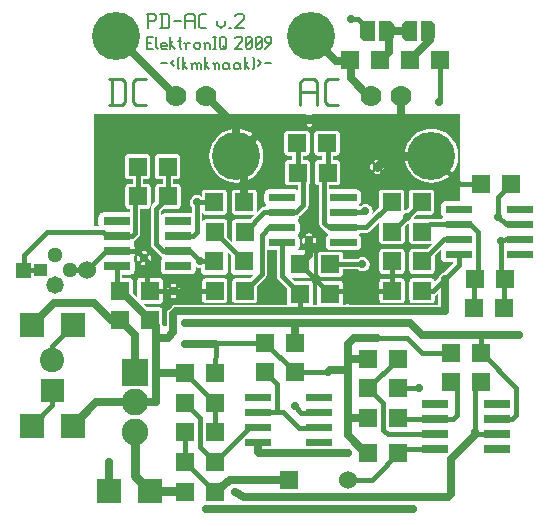
<source format=gbr>
G04 start of page 3 for group 1 idx 0 *
G04 Title: PD-ac, top *
G04 Creator: pcb 1.99x *
G04 CreationDate: Fri 09 Jan 2009 03:59:07 PM GMT UTC *
G04 For: kmk *
G04 Format: Gerber/RS-274X *
G04 PCB-Dimensions: 275591 314961 *
G04 PCB-Coordinate-Origin: lower left *
%MOIN*%
%FSLAX24Y24*%
%LNFRONT*%
%ADD11C,0.0200*%
%ADD12C,0.0300*%
%ADD13C,0.0250*%
%ADD14C,0.0150*%
%ADD15C,0.0700*%
%ADD16C,0.1600*%
%ADD17C,0.0600*%
%ADD18C,0.0510*%
%ADD19C,0.0810*%
%ADD20C,0.0887*%
%ADD21C,0.0580*%
%ADD22C,0.0280*%
%ADD24C,0.0400*%
%ADD25C,0.0850*%
%ADD26C,0.1200*%
%ADD27C,0.0315*%
%ADD28C,0.0460*%
%ADD29C,0.0450*%
%ADD30C,0.0270*%
%ADD31C,0.0120*%
%ADD32C,0.0088*%
%ADD33C,0.0060*%
%ADD34R,0.0240X0.0240*%
%ADD35C,0.0344*%
%ADD36R,0.0344X0.0344*%
G54D11*G36*
X11909Y12335D02*X12193D01*
X12221Y12337D01*
X12248Y12344D01*
X12273Y12356D01*
X12296Y12372D01*
X12316Y12392D01*
X12332Y12415D01*
X12344Y12440D01*
X12351Y12467D01*
X12353Y12495D01*
Y13087D01*
X12433Y13008D01*
Y12495D01*
X12435Y12467D01*
X12443Y12440D01*
X12455Y12415D01*
X12471Y12392D01*
X12490Y12372D01*
X12513Y12356D01*
X12538Y12344D01*
X12565Y12337D01*
X12593Y12335D01*
X13185D01*
X13082Y12231D01*
X12609D01*
X12588Y12229D01*
X12568Y12224D01*
X12549Y12215D01*
X12532Y12203D01*
X12517Y12188D01*
X12505Y12171D01*
X12496Y12152D01*
X12491Y12132D01*
X12489Y12111D01*
Y11511D01*
X12491Y11490D01*
X12496Y11470D01*
X12505Y11451D01*
X12517Y11433D01*
X12532Y11419D01*
X12549Y11407D01*
X12568Y11398D01*
X12588Y11392D01*
X12609Y11390D01*
X13209D01*
X13230Y11392D01*
X13250Y11398D01*
X13269Y11407D01*
X13286Y11419D01*
X13301Y11433D01*
X13313Y11451D01*
X13322Y11470D01*
X13327Y11490D01*
X13329Y11511D01*
Y11983D01*
X13608Y12262D01*
X13608Y12262D01*
X13613Y12268D01*
X13618Y12273D01*
X13622Y12279D01*
X13627Y12285D01*
X13631Y12292D01*
X13635Y12298D01*
X13638Y12304D01*
X13643Y12311D01*
X13646Y12320D01*
X13648Y12326D01*
X13650Y12332D01*
X13653Y12340D01*
X13655Y12349D01*
X13656Y12355D01*
X13657Y12362D01*
X13658Y12370D01*
Y12379D01*
X13659Y12385D01*
Y13163D01*
X13661Y13162D01*
X13687Y13155D01*
X13713Y13153D01*
X13973D01*
Y12312D01*
X13973Y12304D01*
Y12297D01*
X13975Y12289D01*
X13975Y12282D01*
X13977Y12275D01*
X13979Y12267D01*
X13981Y12259D01*
X13983Y12252D01*
X13986Y12245D01*
X13989Y12238D01*
X13993Y12232D01*
X13996Y12225D01*
X14001Y12218D01*
X14004Y12212D01*
X14009Y12206D01*
X14014Y12200D01*
X14019Y12194D01*
X14024Y12188D01*
X14307Y11905D01*
Y11412D01*
X14309Y11388D01*
X14316Y11364D01*
X14324Y11347D01*
X11909D01*
Y11390D01*
X12209D01*
X12230Y11392D01*
X12250Y11398D01*
X12269Y11407D01*
X12286Y11419D01*
X12301Y11433D01*
X12313Y11451D01*
X12322Y11470D01*
X12327Y11490D01*
X12329Y11511D01*
Y12111D01*
X12327Y12132D01*
X12322Y12152D01*
X12313Y12171D01*
X12301Y12188D01*
X12286Y12203D01*
X12269Y12215D01*
X12250Y12224D01*
X12230Y12229D01*
X12209Y12231D01*
X11909D01*
Y12335D01*
G37*
G36*
X17818Y13359D02*X18115D01*
X18135Y13361D01*
X18156Y13366D01*
X18175Y13375D01*
X18192Y13387D01*
X18207Y13402D01*
X18219Y13419D01*
X18228Y13438D01*
X18233Y13458D01*
X18235Y13479D01*
Y13952D01*
X18315Y14032D01*
X18348Y14035D01*
X18389Y14046D01*
X18394Y14048D01*
Y13479D01*
X18396Y13458D01*
X18402Y13438D01*
X18410Y13419D01*
X18422Y13402D01*
X18437Y13387D01*
X18454Y13375D01*
X18473Y13366D01*
X18494Y13361D01*
X18515Y13359D01*
X19115D01*
X19133Y13361D01*
X18987Y13215D01*
X18515D01*
X18494Y13213D01*
X18473Y13208D01*
X18454Y13199D01*
X18437Y13187D01*
X18422Y13172D01*
X18410Y13155D01*
X18402Y13136D01*
X18396Y13116D01*
X18394Y13095D01*
Y12495D01*
X18396Y12474D01*
X18402Y12454D01*
X18410Y12435D01*
X18422Y12418D01*
X18437Y12403D01*
X18454Y12391D01*
X18473Y12382D01*
X18494Y12376D01*
X18515Y12375D01*
X19115D01*
X19135Y12376D01*
X19156Y12382D01*
X19175Y12391D01*
X19192Y12403D01*
X19207Y12418D01*
X19219Y12435D01*
X19228Y12454D01*
X19233Y12474D01*
X19235Y12495D01*
Y12968D01*
X19459Y13192D01*
X19455Y13175D01*
X19453Y13149D01*
Y12909D01*
X19455Y12883D01*
X19462Y12858D01*
X19473Y12834D01*
X19488Y12813D01*
X19506Y12794D01*
X19528Y12779D01*
X19551Y12768D01*
X19577Y12761D01*
X19603Y12759D01*
X19863D01*
Y12728D01*
X19561Y12427D01*
X19547Y12426D01*
X19509Y12416D01*
X19474Y12399D01*
X19442Y12377D01*
X19414Y12349D01*
X19391Y12317D01*
X19375Y12281D01*
X19365Y12243D01*
X19363Y12229D01*
X19238Y12104D01*
Y12110D01*
X19236Y12131D01*
X19231Y12151D01*
X19222Y12170D01*
X19210Y12188D01*
X19195Y12202D01*
X19178Y12214D01*
X19159Y12223D01*
X19139Y12229D01*
X19118Y12230D01*
X18518D01*
X18497Y12229D01*
X18477Y12223D01*
X18458Y12214D01*
X18440Y12202D01*
X18426Y12188D01*
X18414Y12170D01*
X18405Y12151D01*
X18399Y12131D01*
X18397Y12110D01*
Y11510D01*
X18399Y11489D01*
X18405Y11469D01*
X18414Y11450D01*
X18426Y11433D01*
X18440Y11418D01*
X18458Y11406D01*
X18477Y11397D01*
X18497Y11392D01*
X18518Y11390D01*
X19118D01*
X19139Y11392D01*
X19159Y11397D01*
X19178Y11406D01*
X19195Y11418D01*
X19210Y11433D01*
X19222Y11450D01*
X19231Y11469D01*
X19236Y11489D01*
X19238Y11510D01*
Y11642D01*
X19245Y11644D01*
X19252Y11646D01*
X19260Y11650D01*
X19266Y11652D01*
X19272Y11655D01*
X19280Y11659D01*
X19287Y11664D01*
X19293Y11667D01*
X19297Y11671D01*
X19305Y11677D01*
X19311Y11683D01*
X19316Y11687D01*
X19361Y11732D01*
Y11347D01*
X17818D01*
Y11390D01*
X18118D01*
X18139Y11392D01*
X18159Y11397D01*
X18178Y11406D01*
X18195Y11418D01*
X18210Y11433D01*
X18222Y11450D01*
X18231Y11469D01*
X18236Y11489D01*
X18238Y11510D01*
Y12110D01*
X18236Y12131D01*
X18231Y12151D01*
X18222Y12170D01*
X18210Y12188D01*
X18195Y12202D01*
X18178Y12214D01*
X18159Y12223D01*
X18139Y12229D01*
X18118Y12230D01*
X17818D01*
Y12375D01*
X18115D01*
X18135Y12376D01*
X18156Y12382D01*
X18175Y12391D01*
X18192Y12403D01*
X18207Y12418D01*
X18219Y12435D01*
X18228Y12454D01*
X18233Y12474D01*
X18235Y12495D01*
Y13095D01*
X18233Y13116D01*
X18228Y13136D01*
X18219Y13155D01*
X18207Y13172D01*
X18192Y13187D01*
X18175Y13199D01*
X18156Y13208D01*
X18135Y13213D01*
X18115Y13215D01*
X17818D01*
Y13359D01*
G37*
G36*
X16207Y13153D02*X16633D01*
X16659Y13155D01*
X16684Y13162D01*
X16708Y13173D01*
X16729Y13188D01*
X16748Y13206D01*
X16763Y13228D01*
X16774Y13251D01*
X16780Y13277D01*
X16783Y13303D01*
Y13543D01*
X16780Y13569D01*
X16774Y13594D01*
X16763Y13618D01*
X16748Y13639D01*
X16729Y13658D01*
X16708Y13673D01*
X16707Y13673D01*
X16708Y13673D01*
X16729Y13688D01*
X16748Y13706D01*
X16763Y13728D01*
X16772Y13748D01*
X16958D01*
X16966Y13748D01*
X16973D01*
X16981Y13750D01*
X16988Y13750D01*
X16996Y13752D01*
X17003Y13754D01*
X17011Y13756D01*
X17018Y13758D01*
X17026Y13762D01*
X17032Y13764D01*
X17037Y13767D01*
X17046Y13771D01*
X17053Y13776D01*
X17058Y13779D01*
X17063Y13783D01*
X17071Y13789D01*
X17077Y13795D01*
X17082Y13799D01*
X17401Y14118D01*
X17396Y14100D01*
X17394Y14079D01*
Y13479D01*
X17396Y13458D01*
X17402Y13438D01*
X17410Y13419D01*
X17422Y13402D01*
X17437Y13387D01*
X17454Y13375D01*
X17473Y13366D01*
X17494Y13361D01*
X17515Y13359D01*
X17818D01*
Y13215D01*
X17515D01*
X17494Y13213D01*
X17473Y13208D01*
X17454Y13199D01*
X17437Y13187D01*
X17422Y13172D01*
X17410Y13155D01*
X17402Y13136D01*
X17396Y13116D01*
X17394Y13095D01*
Y12495D01*
X17396Y12474D01*
X17402Y12454D01*
X17410Y12435D01*
X17422Y12418D01*
X17437Y12403D01*
X17454Y12391D01*
X17473Y12382D01*
X17494Y12376D01*
X17515Y12375D01*
X17818D01*
Y12230D01*
X17518D01*
X17497Y12229D01*
X17477Y12223D01*
X17458Y12214D01*
X17440Y12202D01*
X17426Y12188D01*
X17414Y12170D01*
X17405Y12151D01*
X17399Y12131D01*
X17397Y12110D01*
Y11510D01*
X17399Y11489D01*
X17405Y11469D01*
X17414Y11450D01*
X17426Y11433D01*
X17440Y11418D01*
X17458Y11406D01*
X17477Y11397D01*
X17497Y11392D01*
X17518Y11390D01*
X17818D01*
Y11347D01*
X16421D01*
X16420Y11347D01*
X16380Y11358D01*
X16338Y11362D01*
X16296Y11358D01*
X16256Y11347D01*
X16255Y11347D01*
X16207D01*
Y12521D01*
X16667D01*
X16676Y12513D01*
X16710Y12489D01*
X16748Y12471D01*
X16789Y12460D01*
X16830Y12456D01*
X16872Y12460D01*
X16912Y12471D01*
X16950Y12489D01*
X16985Y12513D01*
X17014Y12542D01*
X17038Y12576D01*
X17056Y12614D01*
X17067Y12655D01*
X17070Y12696D01*
X17067Y12738D01*
X17056Y12779D01*
X17038Y12816D01*
X17014Y12851D01*
X16985Y12880D01*
X16950Y12904D01*
X16912Y12922D01*
X16872Y12933D01*
X16830Y12936D01*
X16789Y12933D01*
X16748Y12922D01*
X16710Y12904D01*
X16676Y12880D01*
X16667Y12871D01*
X16207D01*
Y13153D01*
G37*
G36*
X19126Y17716D02*X20078D01*
Y14799D01*
X19603D01*
X19577Y14797D01*
X19551Y14790D01*
X19528Y14779D01*
X19506Y14764D01*
X19488Y14746D01*
X19473Y14724D01*
X19462Y14700D01*
X19455Y14675D01*
X19453Y14649D01*
Y14409D01*
X19455Y14383D01*
X19462Y14358D01*
X19473Y14334D01*
X19488Y14313D01*
X19506Y14294D01*
X19528Y14279D01*
X19528Y14279D01*
X19528Y14279D01*
X19506Y14264D01*
X19488Y14246D01*
X19473Y14224D01*
X19463Y14204D01*
X19126D01*
Y14347D01*
X19140Y14350D01*
X19159Y14359D01*
X19176Y14371D01*
X19191Y14386D01*
X19203Y14403D01*
X19212Y14422D01*
X19217Y14442D01*
X19219Y14463D01*
Y15063D01*
X19217Y15084D01*
X19212Y15104D01*
X19203Y15123D01*
X19191Y15141D01*
X19176Y15155D01*
X19159Y15167D01*
X19140Y15176D01*
X19126Y15180D01*
Y15407D01*
X19282Y15420D01*
X19433Y15461D01*
X19576Y15527D01*
X19704Y15617D01*
X19815Y15728D01*
X19905Y15857D01*
X19971Y15999D01*
X20012Y16150D01*
X20026Y16307D01*
X20012Y16463D01*
X19971Y16614D01*
X19905Y16757D01*
X19815Y16885D01*
X19704Y16996D01*
X19576Y17086D01*
X19433Y17152D01*
X19282Y17193D01*
X19126Y17207D01*
Y17716D01*
G37*
G36*
Y14204D02*X19065D01*
X19058Y14204D01*
X19049D01*
X19041Y14202D01*
X19034Y14201D01*
X19028Y14200D01*
X19026Y14199D01*
X18535D01*
X18543Y14230D01*
X18546Y14263D01*
X18626Y14343D01*
X19099D01*
X19120Y14345D01*
X19126Y14347D01*
Y14204D01*
G37*
G36*
X17509Y17716D02*X19126D01*
Y17207D01*
X18969Y17193D01*
X18818Y17152D01*
X18676Y17086D01*
X18547Y16996D01*
X18436Y16885D01*
X18346Y16757D01*
X18280Y16614D01*
X18239Y16463D01*
X18226Y16307D01*
X18239Y16150D01*
X18280Y15999D01*
X18346Y15857D01*
X18436Y15728D01*
X18547Y15617D01*
X18676Y15527D01*
X18818Y15461D01*
X18969Y15420D01*
X19126Y15407D01*
Y15180D01*
X19120Y15182D01*
X19099Y15184D01*
X18499D01*
X18478Y15182D01*
X18458Y15176D01*
X18439Y15167D01*
X18421Y15155D01*
X18407Y15141D01*
X18395Y15123D01*
X18386Y15104D01*
X18380Y15084D01*
X18379Y15063D01*
Y14591D01*
X18298Y14511D01*
X18265Y14508D01*
X18225Y14497D01*
X18219Y14494D01*
Y15063D01*
X18217Y15084D01*
X18212Y15104D01*
X18203Y15123D01*
X18191Y15141D01*
X18176Y15155D01*
X18159Y15167D01*
X18140Y15176D01*
X18120Y15182D01*
X18099Y15184D01*
X17509D01*
Y15849D01*
X17512Y15849D01*
X17520Y15850D01*
X17529Y15854D01*
X17536Y15858D01*
X17543Y15864D01*
X17548Y15871D01*
X17552Y15878D01*
X17555Y15886D01*
X17560Y15910D01*
X17562Y15934D01*
X17562Y15959D01*
X17559Y15983D01*
X17554Y16007D01*
Y16007D01*
X17551Y16015D01*
X17547Y16022D01*
X17541Y16029D01*
X17535Y16035D01*
X17527Y16039D01*
X17519Y16042D01*
X17510Y16043D01*
X17509D01*
Y17716D01*
G37*
G36*
X17324D02*X17509D01*
Y16043D01*
X17502D01*
X17493Y16042D01*
X17485Y16039D01*
X17477Y16035D01*
X17471Y16029D01*
X17465Y16022D01*
X17461Y16015D01*
X17458Y16007D01*
X17456Y15998D01*
Y15989D01*
X17458Y15981D01*
X17460Y15967D01*
X17462Y15953D01*
X17462Y15939D01*
X17461Y15925D01*
X17458Y15911D01*
X17457Y15902D01*
X17457Y15893D01*
X17459Y15885D01*
X17462Y15877D01*
X17466Y15869D01*
X17472Y15863D01*
X17479Y15857D01*
X17486Y15853D01*
X17495Y15850D01*
X17503Y15849D01*
X17509Y15849D01*
Y15184D01*
X17499D01*
X17478Y15182D01*
X17458Y15176D01*
X17439Y15167D01*
X17421Y15155D01*
X17407Y15141D01*
X17395Y15123D01*
X17386Y15104D01*
X17380Y15084D01*
X17379Y15063D01*
Y14591D01*
X17324Y14536D01*
Y15705D01*
X17337Y15705D01*
X17361Y15708D01*
X17384Y15713D01*
X17384D01*
X17393Y15716D01*
X17400Y15720D01*
X17407Y15726D01*
X17412Y15732D01*
X17417Y15740D01*
X17420Y15748D01*
X17421Y15757D01*
Y15765D01*
X17420Y15774D01*
X17417Y15782D01*
X17412Y15790D01*
X17407Y15796D01*
X17400Y15802D01*
X17393Y15806D01*
X17384Y15809D01*
X17376Y15811D01*
X17367D01*
X17359Y15809D01*
X17345Y15806D01*
X17331Y15805D01*
X17324D01*
Y16084D01*
X17328D01*
X17342Y16083D01*
X17356Y16080D01*
X17365Y16079D01*
X17373Y16079D01*
X17382Y16081D01*
X17390Y16084D01*
X17398Y16088D01*
X17404Y16094D01*
X17410Y16101D01*
X17414Y16109D01*
X17417Y16117D01*
X17418Y16125D01*
X17418Y16134D01*
X17416Y16143D01*
X17413Y16151D01*
X17409Y16158D01*
X17403Y16165D01*
X17396Y16170D01*
X17389Y16175D01*
X17380Y16177D01*
X17357Y16182D01*
X17332Y16184D01*
X17324Y16184D01*
Y17716D01*
G37*
G36*
X17136D02*X17324D01*
Y16184D01*
X17308Y16184D01*
X17284Y16181D01*
X17260Y16176D01*
X17260D01*
X17252Y16173D01*
X17245Y16169D01*
X17238Y16163D01*
X17232Y16157D01*
X17228Y16149D01*
X17225Y16141D01*
X17223Y16132D01*
Y16124D01*
X17225Y16115D01*
X17228Y16107D01*
X17232Y16099D01*
X17238Y16093D01*
X17244Y16087D01*
X17252Y16083D01*
X17260Y16080D01*
X17269Y16078D01*
X17277D01*
X17286Y16080D01*
X17300Y16083D01*
X17314Y16084D01*
X17324Y16084D01*
Y15805D01*
X17316Y15805D01*
X17302Y15806D01*
X17288Y15809D01*
X17280Y15810D01*
X17271Y15810D01*
X17263Y15808D01*
X17254Y15805D01*
X17247Y15801D01*
X17240Y15795D01*
X17235Y15788D01*
X17231Y15780D01*
X17228Y15772D01*
X17226Y15764D01*
X17227Y15755D01*
X17228Y15746D01*
X17231Y15738D01*
X17236Y15731D01*
X17242Y15724D01*
X17248Y15719D01*
X17256Y15714D01*
X17264Y15712D01*
X17288Y15707D01*
X17312Y15705D01*
X17324Y15705D01*
Y14536D01*
X17137Y14349D01*
X17154Y14386D01*
X17165Y14426D01*
X17169Y14468D01*
X17165Y14510D01*
X17154Y14550D01*
X17136Y14588D01*
X17136Y14589D01*
Y15846D01*
X17143D01*
X17152Y15847D01*
X17160Y15850D01*
X17167Y15854D01*
X17174Y15860D01*
X17180Y15867D01*
X17184Y15874D01*
X17187Y15882D01*
X17189Y15891D01*
Y15900D01*
X17187Y15908D01*
X17184Y15922D01*
X17183Y15936D01*
X17182Y15950D01*
X17184Y15964D01*
X17186Y15978D01*
X17188Y15987D01*
X17188Y15996D01*
X17186Y16004D01*
X17183Y16012D01*
X17178Y16020D01*
X17173Y16026D01*
X17166Y16032D01*
X17158Y16036D01*
X17150Y16039D01*
X17141Y16040D01*
X17136Y16040D01*
Y17716D01*
G37*
G36*
X16207D02*X17136D01*
Y16040D01*
X17133Y16040D01*
X17124Y16039D01*
X17116Y16035D01*
X17109Y16031D01*
X17102Y16025D01*
X17097Y16018D01*
X17092Y16011D01*
X17089Y16003D01*
X17085Y15979D01*
X17083Y15955D01*
X17083Y15930D01*
X17085Y15906D01*
X17090Y15882D01*
Y15882D01*
X17093Y15874D01*
X17098Y15867D01*
X17103Y15860D01*
X17110Y15854D01*
X17118Y15850D01*
X17126Y15847D01*
X17134Y15846D01*
X17136D01*
Y14589D01*
X17113Y14622D01*
X17083Y14652D01*
X17049Y14676D01*
X17011Y14694D01*
X16970Y14704D01*
X16929Y14708D01*
X16887Y14704D01*
X16847Y14694D01*
X16809Y14676D01*
X16774Y14652D01*
X16753Y14631D01*
X16748Y14639D01*
X16729Y14658D01*
X16708Y14673D01*
X16707Y14673D01*
X16708Y14673D01*
X16729Y14688D01*
X16748Y14706D01*
X16763Y14728D01*
X16774Y14751D01*
X16780Y14777D01*
X16783Y14803D01*
Y15043D01*
X16780Y15069D01*
X16774Y15094D01*
X16763Y15118D01*
X16748Y15139D01*
X16729Y15158D01*
X16708Y15173D01*
X16684Y15184D01*
X16659Y15190D01*
X16633Y15193D01*
X16207D01*
Y17716D01*
G37*
G36*
X15245Y15441D02*X15247Y15427D01*
X15252Y15407D01*
X15261Y15388D01*
X15273Y15370D01*
X15288Y15356D01*
X15305Y15344D01*
X15324Y15335D01*
X15344Y15329D01*
X15365Y15327D01*
X15376D01*
Y14074D01*
X15376Y14066D01*
Y14059D01*
X15378Y14051D01*
X15378Y14044D01*
X15380Y14037D01*
X15382Y14029D01*
X15384Y14021D01*
X15386Y14014D01*
X15389Y14008D01*
X15392Y14000D01*
X15396Y13994D01*
X15399Y13987D01*
X15404Y13980D01*
X15407Y13974D01*
X15412Y13969D01*
X15417Y13962D01*
X15422Y13956D01*
X15427Y13951D01*
X15579Y13799D01*
X15584Y13794D01*
X15590Y13789D01*
X15597Y13784D01*
X15602Y13779D01*
X15608Y13776D01*
X15615Y13771D01*
X15617Y13770D01*
X15622Y13751D01*
X15633Y13728D01*
X15648Y13706D01*
X15666Y13688D01*
X15688Y13673D01*
X15688Y13673D01*
X15688Y13673D01*
X15666Y13658D01*
X15648Y13639D01*
X15633Y13618D01*
X15622Y13594D01*
X15615Y13569D01*
X15613Y13543D01*
Y13303D01*
X15615Y13277D01*
X15622Y13251D01*
X15633Y13228D01*
X15648Y13206D01*
X15666Y13188D01*
X15688Y13173D01*
X15711Y13162D01*
X15737Y13155D01*
X15763Y13153D01*
X16207D01*
Y12871D01*
X16184D01*
Y12996D01*
X16182Y13017D01*
X16176Y13038D01*
X16167Y13057D01*
X16155Y13074D01*
X16141Y13089D01*
X16123Y13101D01*
X16104Y13109D01*
X16084Y13115D01*
X16063Y13117D01*
X15463D01*
X15442Y13115D01*
X15422Y13109D01*
X15403Y13101D01*
X15386Y13089D01*
X15371Y13074D01*
X15359Y13057D01*
X15350Y13038D01*
X15345Y13017D01*
X15343Y12996D01*
Y12396D01*
X15345Y12376D01*
X15350Y12355D01*
X15359Y12336D01*
X15371Y12319D01*
X15386Y12304D01*
X15403Y12292D01*
X15422Y12283D01*
X15442Y12278D01*
X15463Y12276D01*
X16063D01*
X16084Y12278D01*
X16104Y12283D01*
X16123Y12292D01*
X16141Y12304D01*
X16155Y12319D01*
X16167Y12336D01*
X16176Y12355D01*
X16182Y12376D01*
X16184Y12396D01*
Y12521D01*
X16207D01*
Y11347D01*
X16171D01*
X16179Y11364D01*
X16186Y11388D01*
X16188Y11412D01*
Y12012D01*
X16186Y12036D01*
X16179Y12060D01*
X16169Y12082D01*
X16155Y12102D01*
X16138Y12120D01*
X16118Y12134D01*
X16096Y12144D01*
X16072Y12150D01*
X16048Y12152D01*
X15448D01*
X15423Y12150D01*
X15400Y12144D01*
X15377Y12134D01*
X15357Y12120D01*
X15340Y12102D01*
X15326Y12082D01*
X15316Y12060D01*
X15309Y12036D01*
X15307Y12012D01*
Y11412D01*
X15309Y11388D01*
X15316Y11364D01*
X15324Y11347D01*
X15245D01*
Y13388D01*
X15248Y13388D01*
X15257Y13390D01*
X15265Y13393D01*
X15272Y13398D01*
X15279Y13403D01*
X15284Y13410D01*
X15289Y13418D01*
X15291Y13426D01*
X15296Y13450D01*
X15298Y13474D01*
X15298Y13498D01*
X15296Y13522D01*
X15290Y13546D01*
Y13546D01*
X15287Y13554D01*
X15283Y13562D01*
X15278Y13568D01*
X15271Y13574D01*
X15263Y13578D01*
X15255Y13581D01*
X15247Y13583D01*
X15245D01*
Y15441D01*
G37*
G36*
Y16371D02*X15257Y16355D01*
X15272Y16340D01*
X15289Y16328D01*
X15308Y16319D01*
X15328Y16313D01*
X15349Y16312D01*
X15490D01*
Y16168D01*
X15365D01*
X15344Y16166D01*
X15324Y16161D01*
X15305Y16152D01*
X15288Y16140D01*
X15273Y16125D01*
X15261Y16108D01*
X15252Y16089D01*
X15247Y16069D01*
X15245Y16055D01*
Y16371D01*
G37*
G36*
Y17716D02*X16207D01*
Y15193D01*
X15763D01*
X15737Y15190D01*
X15726Y15187D01*
Y15327D01*
X15965D01*
X15986Y15329D01*
X16006Y15335D01*
X16025Y15344D01*
X16042Y15356D01*
X16057Y15370D01*
X16069Y15388D01*
X16078Y15407D01*
X16083Y15427D01*
X16085Y15448D01*
Y16048D01*
X16083Y16069D01*
X16078Y16089D01*
X16069Y16108D01*
X16057Y16125D01*
X16042Y16140D01*
X16025Y16152D01*
X16006Y16161D01*
X15986Y16166D01*
X15965Y16168D01*
X15840D01*
Y16312D01*
X15949D01*
X15970Y16313D01*
X15990Y16319D01*
X16009Y16328D01*
X16026Y16340D01*
X16041Y16355D01*
X16053Y16372D01*
X16062Y16391D01*
X16068Y16411D01*
X16069Y16432D01*
Y17032D01*
X16068Y17053D01*
X16062Y17073D01*
X16053Y17092D01*
X16041Y17109D01*
X16026Y17124D01*
X16009Y17136D01*
X15990Y17145D01*
X15970Y17150D01*
X15949Y17152D01*
X15349D01*
X15328Y17150D01*
X15308Y17145D01*
X15289Y17136D01*
X15272Y17124D01*
X15257Y17109D01*
X15245Y17092D01*
Y17424D01*
X15248Y17424D01*
X15257Y17425D01*
X15265Y17428D01*
X15272Y17433D01*
X15279Y17439D01*
X15284Y17445D01*
X15289Y17453D01*
X15291Y17461D01*
X15296Y17485D01*
X15298Y17509D01*
X15298Y17534D01*
X15296Y17558D01*
X15290Y17581D01*
Y17581D01*
X15287Y17590D01*
X15283Y17597D01*
X15278Y17604D01*
X15271Y17609D01*
X15263Y17614D01*
X15255Y17617D01*
X15247Y17618D01*
X15245D01*
Y17716D01*
G37*
G36*
X15060Y17659D02*X15064D01*
X15079Y17658D01*
X15092Y17655D01*
X15101Y17654D01*
X15110Y17654D01*
X15118Y17656D01*
X15126Y17659D01*
X15134Y17663D01*
X15141Y17669D01*
X15146Y17676D01*
X15150Y17683D01*
X15153Y17692D01*
X15154Y17700D01*
X15154Y17709D01*
X15153Y17716D01*
X15245D01*
Y17618D01*
X15238D01*
X15229Y17617D01*
X15221Y17614D01*
X15214Y17609D01*
X15207Y17604D01*
X15201Y17597D01*
X15197Y17590D01*
X15194Y17581D01*
X15192Y17573D01*
Y17564D01*
X15194Y17556D01*
X15197Y17542D01*
X15198Y17528D01*
X15198Y17513D01*
X15197Y17499D01*
X15194Y17485D01*
X15193Y17477D01*
X15193Y17468D01*
X15195Y17460D01*
X15198Y17451D01*
X15203Y17444D01*
X15208Y17437D01*
X15215Y17432D01*
X15223Y17428D01*
X15231Y17425D01*
X15239Y17423D01*
X15245Y17424D01*
Y17092D01*
X15245Y17092D01*
X15236Y17073D01*
X15231Y17053D01*
X15229Y17032D01*
Y16432D01*
X15231Y16411D01*
X15236Y16391D01*
X15245Y16372D01*
X15245Y16371D01*
Y16055D01*
X15245Y16048D01*
Y15448D01*
X15245Y15441D01*
Y13583D01*
X15238D01*
X15229Y13581D01*
X15221Y13578D01*
X15214Y13574D01*
X15207Y13568D01*
X15201Y13562D01*
X15197Y13554D01*
X15194Y13546D01*
X15192Y13537D01*
Y13529D01*
X15194Y13520D01*
X15197Y13506D01*
X15198Y13492D01*
X15198Y13478D01*
X15197Y13464D01*
X15194Y13450D01*
X15193Y13441D01*
X15193Y13433D01*
X15195Y13424D01*
X15198Y13416D01*
X15203Y13409D01*
X15208Y13402D01*
X15215Y13397D01*
X15223Y13392D01*
X15231Y13389D01*
X15239Y13388D01*
X15245Y13388D01*
Y11347D01*
X15171D01*
X15179Y11364D01*
X15186Y11388D01*
X15188Y11412D01*
Y12012D01*
X15186Y12036D01*
X15179Y12060D01*
X15169Y12082D01*
X15155Y12102D01*
X15138Y12120D01*
X15118Y12134D01*
X15096Y12144D01*
X15072Y12150D01*
X15060Y12151D01*
Y12236D01*
X15063D01*
X15091Y12239D01*
X15118Y12246D01*
X15143Y12258D01*
X15166Y12274D01*
X15186Y12293D01*
X15202Y12316D01*
X15214Y12342D01*
X15221Y12369D01*
X15224Y12396D01*
Y12996D01*
X15221Y13024D01*
X15214Y13051D01*
X15202Y13077D01*
X15186Y13099D01*
X15166Y13119D01*
X15143Y13135D01*
X15118Y13147D01*
X15091Y13154D01*
X15063Y13157D01*
X15060D01*
Y13244D01*
X15073Y13244D01*
X15097Y13247D01*
X15121Y13252D01*
X15121D01*
X15129Y13255D01*
X15136Y13259D01*
X15143Y13265D01*
X15149Y13272D01*
X15153Y13279D01*
X15156Y13287D01*
X15158Y13296D01*
Y13305D01*
X15156Y13313D01*
X15153Y13321D01*
X15149Y13329D01*
X15143Y13336D01*
X15136Y13341D01*
X15129Y13346D01*
X15121Y13349D01*
X15112Y13350D01*
X15103D01*
X15095Y13349D01*
X15081Y13346D01*
X15067Y13344D01*
X15060D01*
Y13624D01*
X15064D01*
X15079Y13622D01*
X15092Y13620D01*
X15101Y13618D01*
X15110Y13619D01*
X15118Y13620D01*
X15126Y13623D01*
X15134Y13628D01*
X15141Y13634D01*
X15146Y13640D01*
X15150Y13648D01*
X15153Y13656D01*
X15154Y13665D01*
X15154Y13673D01*
X15153Y13682D01*
X15149Y13690D01*
X15145Y13698D01*
X15139Y13704D01*
X15133Y13710D01*
X15125Y13714D01*
X15117Y13717D01*
X15093Y13721D01*
X15069Y13724D01*
X15060Y13724D01*
Y15375D01*
X15069Y15388D01*
X15078Y15407D01*
X15083Y15427D01*
X15085Y15448D01*
Y16048D01*
X15083Y16069D01*
X15078Y16089D01*
X15069Y16108D01*
X15060Y16121D01*
Y16386D01*
X15062Y16391D01*
X15068Y16411D01*
X15069Y16432D01*
Y17032D01*
X15068Y17053D01*
X15062Y17073D01*
X15060Y17077D01*
Y17280D01*
X15073Y17280D01*
X15097Y17282D01*
X15121Y17287D01*
X15121D01*
X15129Y17290D01*
X15136Y17295D01*
X15143Y17300D01*
X15149Y17307D01*
X15153Y17315D01*
X15156Y17323D01*
X15158Y17331D01*
Y17340D01*
X15156Y17349D01*
X15153Y17357D01*
X15149Y17364D01*
X15143Y17371D01*
X15136Y17377D01*
X15129Y17381D01*
X15121Y17384D01*
X15112Y17386D01*
X15103D01*
X15095Y17384D01*
X15081Y17381D01*
X15067Y17380D01*
X15060D01*
Y17659D01*
G37*
G36*
Y16121D02*X15057Y16125D01*
X15042Y16140D01*
X15025Y16152D01*
X15006Y16161D01*
X14986Y16166D01*
X14965Y16168D01*
X14840D01*
Y16312D01*
X14949D01*
X14970Y16313D01*
X14990Y16319D01*
X15009Y16328D01*
X15026Y16340D01*
X15041Y16355D01*
X15053Y16372D01*
X15060Y16386D01*
Y16121D01*
G37*
G36*
Y13157D02*X14872D01*
Y13385D01*
X14879D01*
X14888Y13386D01*
X14896Y13389D01*
X14904Y13394D01*
X14910Y13399D01*
X14916Y13406D01*
X14920Y13414D01*
X14923Y13422D01*
X14925Y13430D01*
Y13439D01*
X14923Y13448D01*
X14920Y13462D01*
X14919Y13476D01*
X14919Y13490D01*
X14920Y13504D01*
X14923Y13518D01*
X14924Y13526D01*
X14924Y13535D01*
X14922Y13544D01*
X14919Y13552D01*
X14915Y13559D01*
X14909Y13566D01*
X14902Y13571D01*
X14895Y13576D01*
X14886Y13578D01*
X14878Y13580D01*
X14872Y13580D01*
Y14428D01*
X14985Y14541D01*
X14986Y14541D01*
X14991Y14547D01*
X14996Y14552D01*
X15000Y14559D01*
X15005Y14565D01*
X15009Y14572D01*
X15013Y14577D01*
X15016Y14584D01*
X15020Y14591D01*
X15023Y14599D01*
X15026Y14605D01*
X15028Y14611D01*
X15031Y14620D01*
X15032Y14628D01*
X15034Y14635D01*
X15035Y14641D01*
X15036Y14650D01*
Y14658D01*
X15037Y14665D01*
Y15352D01*
X15042Y15356D01*
X15057Y15370D01*
X15060Y15375D01*
Y13724D01*
X15044Y13723D01*
X15020Y13721D01*
X14996Y13716D01*
X14997D01*
X14988Y13713D01*
X14981Y13708D01*
X14974Y13703D01*
X14969Y13696D01*
X14964Y13689D01*
X14961Y13680D01*
X14960Y13672D01*
Y13663D01*
X14961Y13655D01*
X14964Y13646D01*
X14968Y13639D01*
X14974Y13632D01*
X14981Y13627D01*
X14988Y13622D01*
X14996Y13619D01*
X15005Y13618D01*
X15014D01*
X15022Y13619D01*
X15036Y13622D01*
X15050Y13624D01*
X15060Y13624D01*
Y13344D01*
X15053Y13344D01*
X15039Y13345D01*
X15025Y13348D01*
X15016Y13349D01*
X15007Y13349D01*
X14999Y13348D01*
X14991Y13344D01*
X14983Y13340D01*
X14977Y13334D01*
X14971Y13328D01*
X14967Y13320D01*
X14964Y13312D01*
X14963Y13303D01*
X14963Y13294D01*
X14965Y13286D01*
X14968Y13278D01*
X14972Y13270D01*
X14978Y13264D01*
X14985Y13258D01*
X14992Y13254D01*
X15001Y13251D01*
X15024Y13246D01*
X15049Y13244D01*
X15060Y13244D01*
Y13157D01*
G37*
G36*
X14872D02*X14615D01*
X14634Y13162D01*
X14658Y13173D01*
X14679Y13188D01*
X14698Y13206D01*
X14713Y13228D01*
X14724Y13251D01*
X14730Y13277D01*
X14733Y13303D01*
Y13543D01*
X14730Y13569D01*
X14724Y13594D01*
X14713Y13618D01*
X14698Y13639D01*
X14679Y13658D01*
X14658Y13673D01*
X14657Y13673D01*
X14658Y13673D01*
X14679Y13688D01*
X14698Y13706D01*
X14713Y13728D01*
X14724Y13751D01*
X14730Y13777D01*
X14733Y13803D01*
Y14043D01*
X14730Y14069D01*
X14724Y14094D01*
X14713Y14118D01*
X14698Y14139D01*
X14679Y14158D01*
X14658Y14173D01*
X14657Y14173D01*
X14658Y14173D01*
X14679Y14188D01*
X14698Y14206D01*
X14713Y14228D01*
X14724Y14251D01*
X14730Y14277D01*
X14731Y14288D01*
X14732Y14289D01*
X14738Y14295D01*
X14743Y14299D01*
X14872Y14428D01*
Y13580D01*
X14869Y13580D01*
X14860Y13578D01*
X14852Y13575D01*
X14845Y13570D01*
X14838Y13565D01*
X14833Y13558D01*
X14829Y13550D01*
X14826Y13542D01*
X14821Y13518D01*
X14819Y13494D01*
X14819Y13470D01*
X14822Y13446D01*
X14827Y13422D01*
Y13422D01*
X14830Y13414D01*
X14834Y13406D01*
X14840Y13399D01*
X14846Y13394D01*
X14854Y13389D01*
X14862Y13386D01*
X14871Y13385D01*
X14872D01*
Y13157D01*
G37*
G36*
X15060Y12151D02*X15048Y12152D01*
X14555D01*
X14471Y12236D01*
X15060D01*
Y12151D01*
G37*
G36*
X14872Y17716D02*X14961D01*
X14961Y17716D01*
X14960Y17707D01*
Y17699D01*
X14961Y17690D01*
X14964Y17682D01*
X14968Y17674D01*
X14974Y17668D01*
X14981Y17662D01*
X14988Y17658D01*
X14996Y17655D01*
X15005Y17653D01*
X15014D01*
X15022Y17655D01*
X15036Y17657D01*
X15050Y17659D01*
X15060Y17659D01*
Y17380D01*
X15053Y17379D01*
X15039Y17381D01*
X15025Y17383D01*
X15016Y17385D01*
X15007Y17385D01*
X14999Y17383D01*
X14991Y17380D01*
X14983Y17375D01*
X14977Y17370D01*
X14971Y17363D01*
X14967Y17355D01*
X14964Y17347D01*
X14963Y17338D01*
X14963Y17330D01*
X14965Y17321D01*
X14968Y17313D01*
X14972Y17306D01*
X14978Y17299D01*
X14985Y17294D01*
X14992Y17289D01*
X15001Y17286D01*
X15024Y17282D01*
X15049Y17280D01*
X15060Y17280D01*
Y17077D01*
X15053Y17092D01*
X15041Y17109D01*
X15026Y17124D01*
X15009Y17136D01*
X14990Y17145D01*
X14970Y17150D01*
X14949Y17152D01*
X14872D01*
Y17420D01*
X14879D01*
X14888Y17422D01*
X14896Y17425D01*
X14904Y17429D01*
X14910Y17435D01*
X14916Y17441D01*
X14920Y17449D01*
X14923Y17457D01*
X14925Y17466D01*
Y17474D01*
X14923Y17483D01*
X14920Y17497D01*
X14919Y17511D01*
X14919Y17525D01*
X14920Y17539D01*
X14923Y17553D01*
X14924Y17562D01*
X14924Y17570D01*
X14922Y17579D01*
X14919Y17587D01*
X14915Y17595D01*
X14909Y17601D01*
X14902Y17607D01*
X14895Y17611D01*
X14886Y17614D01*
X14878Y17615D01*
X14872Y17615D01*
Y17716D01*
G37*
G36*
X11909D02*X14872D01*
Y17615D01*
X14869Y17615D01*
X14860Y17613D01*
X14852Y17610D01*
X14845Y17606D01*
X14838Y17600D01*
X14833Y17593D01*
X14829Y17586D01*
X14826Y17577D01*
X14821Y17554D01*
X14819Y17529D01*
X14819Y17505D01*
X14822Y17481D01*
X14827Y17457D01*
Y17457D01*
X14830Y17449D01*
X14834Y17442D01*
X14840Y17435D01*
X14846Y17429D01*
X14854Y17425D01*
X14862Y17422D01*
X14871Y17420D01*
X14872D01*
Y17152D01*
X14349D01*
X14328Y17150D01*
X14308Y17145D01*
X14289Y17136D01*
X14272Y17124D01*
X14257Y17109D01*
X14245Y17092D01*
X14236Y17073D01*
X14231Y17053D01*
X14229Y17032D01*
Y16432D01*
X14231Y16411D01*
X14236Y16391D01*
X14245Y16372D01*
X14257Y16355D01*
X14272Y16340D01*
X14289Y16328D01*
X14308Y16319D01*
X14328Y16313D01*
X14349Y16312D01*
X14490D01*
Y16168D01*
X14365D01*
X14344Y16166D01*
X14324Y16161D01*
X14305Y16152D01*
X14288Y16140D01*
X14273Y16125D01*
X14261Y16108D01*
X14252Y16089D01*
X14247Y16069D01*
X14245Y16048D01*
Y15448D01*
X14247Y15427D01*
X14252Y15407D01*
X14261Y15388D01*
X14273Y15370D01*
X14288Y15356D01*
X14305Y15344D01*
X14324Y15335D01*
X14344Y15329D01*
X14365Y15327D01*
X14687D01*
Y15150D01*
X14679Y15158D01*
X14658Y15173D01*
X14634Y15184D01*
X14609Y15190D01*
X14583Y15193D01*
X13713D01*
X13687Y15190D01*
X13661Y15184D01*
X13638Y15173D01*
X13616Y15158D01*
X13598Y15139D01*
X13583Y15118D01*
X13572Y15094D01*
X13565Y15069D01*
X13563Y15043D01*
Y14803D01*
X13565Y14777D01*
X13572Y14751D01*
X13583Y14728D01*
X13598Y14706D01*
X13616Y14688D01*
X13638Y14673D01*
X13638Y14673D01*
X13638Y14673D01*
X13616Y14658D01*
X13598Y14639D01*
X13583Y14618D01*
X13573Y14598D01*
X13553D01*
X13546Y14597D01*
X13537D01*
X13529Y14596D01*
X13522Y14595D01*
X13516Y14593D01*
X13507Y14592D01*
X13499Y14589D01*
X13493Y14587D01*
X13487Y14584D01*
X13479Y14581D01*
X13471Y14577D01*
X13465Y14574D01*
X13459Y14570D01*
X13452Y14566D01*
X13446Y14561D01*
X13440Y14557D01*
X13435Y14552D01*
X13429Y14546D01*
X13307Y14424D01*
X13312Y14442D01*
X13313Y14463D01*
Y15063D01*
X13312Y15084D01*
X13306Y15104D01*
X13297Y15123D01*
X13285Y15141D01*
X13271Y15155D01*
X13253Y15167D01*
X13234Y15176D01*
X13214Y15182D01*
X13193Y15184D01*
X12593D01*
X12572Y15182D01*
X12552Y15176D01*
X12533Y15167D01*
X12516Y15155D01*
X12501Y15141D01*
X12489Y15123D01*
X12480Y15104D01*
X12475Y15084D01*
X12473Y15063D01*
Y14463D01*
X12475Y14442D01*
X12480Y14422D01*
X12489Y14403D01*
X12501Y14386D01*
X12516Y14371D01*
X12533Y14359D01*
X12552Y14350D01*
X12572Y14345D01*
X12593Y14343D01*
X13193D01*
X13214Y14345D01*
X13232Y14350D01*
X13082Y14199D01*
X12609D01*
X12588Y14197D01*
X12568Y14192D01*
X12549Y14183D01*
X12532Y14171D01*
X12517Y14156D01*
X12505Y14139D01*
X12496Y14120D01*
X12491Y14100D01*
X12489Y14079D01*
Y13479D01*
X12491Y13458D01*
X12495Y13440D01*
X12329Y13606D01*
Y14079D01*
X12327Y14100D01*
X12322Y14120D01*
X12313Y14139D01*
X12301Y14156D01*
X12286Y14171D01*
X12269Y14183D01*
X12250Y14192D01*
X12230Y14197D01*
X12209Y14199D01*
X11909D01*
Y14343D01*
X12193D01*
X12214Y14345D01*
X12234Y14350D01*
X12253Y14359D01*
X12271Y14371D01*
X12285Y14386D01*
X12297Y14403D01*
X12306Y14422D01*
X12312Y14442D01*
X12313Y14463D01*
Y15063D01*
X12312Y15084D01*
X12306Y15104D01*
X12297Y15123D01*
X12285Y15141D01*
X12271Y15155D01*
X12253Y15167D01*
X12234Y15176D01*
X12214Y15182D01*
X12193Y15184D01*
X11909D01*
Y15772D01*
X11940Y15728D01*
X12051Y15617D01*
X12179Y15527D01*
X12322Y15461D01*
X12473Y15420D01*
X12629Y15407D01*
X12786Y15420D01*
X12937Y15461D01*
X13079Y15527D01*
X13208Y15617D01*
X13319Y15728D01*
X13409Y15857D01*
X13475Y15999D01*
X13516Y16150D01*
X13529Y16307D01*
X13516Y16463D01*
X13475Y16614D01*
X13409Y16757D01*
X13319Y16885D01*
X13208Y16996D01*
X13079Y17086D01*
X12937Y17152D01*
X12786Y17193D01*
X12629Y17207D01*
X12473Y17193D01*
X12322Y17152D01*
X12179Y17086D01*
X12051Y16996D01*
X11940Y16885D01*
X11909Y16841D01*
Y17716D01*
G37*
G36*
Y14199D02*X11609D01*
X11588Y14197D01*
X11568Y14192D01*
X11549Y14183D01*
X11532Y14171D01*
X11517Y14156D01*
X11505Y14139D01*
X11496Y14120D01*
X11493Y14110D01*
Y14397D01*
X11501Y14386D01*
X11516Y14371D01*
X11533Y14359D01*
X11552Y14350D01*
X11572Y14345D01*
X11593Y14343D01*
X11909D01*
Y14199D01*
G37*
G36*
X10718Y12365D02*X11121D01*
X11147Y12368D01*
X11172Y12374D01*
X11196Y12385D01*
X11217Y12400D01*
X11236Y12419D01*
X11251Y12440D01*
X11262Y12464D01*
X11269Y12489D01*
X11271Y12515D01*
Y12605D01*
X11297Y12587D01*
X11335Y12569D01*
X11375Y12558D01*
X11417Y12555D01*
X11433Y12556D01*
Y12495D01*
X11435Y12467D01*
X11443Y12440D01*
X11455Y12415D01*
X11471Y12392D01*
X11490Y12372D01*
X11513Y12356D01*
X11538Y12344D01*
X11565Y12337D01*
X11593Y12335D01*
X11909D01*
Y12231D01*
X11609D01*
X11588Y12229D01*
X11568Y12224D01*
X11549Y12215D01*
X11532Y12203D01*
X11517Y12188D01*
X11505Y12171D01*
X11496Y12152D01*
X11491Y12132D01*
X11489Y12111D01*
Y11511D01*
X11491Y11490D01*
X11496Y11470D01*
X11505Y11451D01*
X11517Y11433D01*
X11532Y11419D01*
X11549Y11407D01*
X11568Y11398D01*
X11588Y11392D01*
X11609Y11390D01*
X11909D01*
Y11347D01*
X10718D01*
Y11715D01*
X10721Y11715D01*
X10729Y11717D01*
X10737Y11720D01*
X10745Y11724D01*
X10751Y11730D01*
X10757Y11737D01*
X10761Y11744D01*
X10764Y11753D01*
X10769Y11776D01*
X10771Y11801D01*
X10771Y11825D01*
X10768Y11849D01*
X10763Y11873D01*
Y11873D01*
X10760Y11881D01*
X10756Y11888D01*
X10750Y11895D01*
X10743Y11901D01*
X10736Y11905D01*
X10728Y11908D01*
X10719Y11910D01*
X10718D01*
Y12365D01*
G37*
G36*
X10533D02*X10718D01*
Y11910D01*
X10710D01*
X10702Y11908D01*
X10693Y11905D01*
X10686Y11901D01*
X10679Y11895D01*
X10674Y11889D01*
X10669Y11881D01*
X10666Y11873D01*
X10665Y11864D01*
Y11856D01*
X10666Y11847D01*
X10669Y11833D01*
X10671Y11819D01*
X10671Y11805D01*
X10670Y11791D01*
X10667Y11777D01*
X10665Y11768D01*
X10666Y11760D01*
X10667Y11751D01*
X10670Y11743D01*
X10675Y11735D01*
X10681Y11729D01*
X10687Y11723D01*
X10695Y11719D01*
X10703Y11716D01*
X10712Y11715D01*
X10718Y11715D01*
Y11347D01*
X10629D01*
X10619Y11346D01*
X10610D01*
X10601Y11344D01*
X10590Y11343D01*
X10580Y11341D01*
X10571Y11339D01*
X10562Y11336D01*
X10552Y11333D01*
X10543Y11329D01*
X10534Y11326D01*
X10533Y11325D01*
Y11571D01*
X10545Y11571D01*
X10569Y11574D01*
X10593Y11579D01*
X10593D01*
X10601Y11582D01*
X10609Y11586D01*
X10615Y11592D01*
X10621Y11598D01*
X10625Y11606D01*
X10628Y11614D01*
X10630Y11623D01*
Y11631D01*
X10628Y11640D01*
X10625Y11648D01*
X10621Y11656D01*
X10616Y11662D01*
X10609Y11668D01*
X10601Y11672D01*
X10593Y11675D01*
X10585Y11677D01*
X10576D01*
X10567Y11675D01*
X10553Y11673D01*
X10539Y11671D01*
X10533D01*
Y11951D01*
X10537D01*
X10551Y11949D01*
X10565Y11947D01*
X10573Y11945D01*
X10582Y11945D01*
X10591Y11947D01*
X10599Y11950D01*
X10606Y11955D01*
X10613Y11960D01*
X10618Y11967D01*
X10623Y11975D01*
X10625Y11983D01*
X10627Y11992D01*
X10627Y12000D01*
X10625Y12009D01*
X10622Y12017D01*
X10617Y12024D01*
X10612Y12031D01*
X10605Y12036D01*
X10597Y12041D01*
X10589Y12044D01*
X10565Y12048D01*
X10541Y12050D01*
X10533Y12050D01*
Y12365D01*
G37*
G36*
Y17716D02*X11909D01*
Y16841D01*
X11850Y16757D01*
X11784Y16614D01*
X11743Y16463D01*
X11729Y16307D01*
X11743Y16150D01*
X11784Y15999D01*
X11850Y15857D01*
X11909Y15772D01*
Y15184D01*
X11593D01*
X11572Y15182D01*
X11552Y15176D01*
X11533Y15167D01*
X11516Y15155D01*
X11501Y15141D01*
X11489Y15123D01*
X11480Y15104D01*
X11475Y15084D01*
X11473Y15063D01*
Y14947D01*
X11473Y14947D01*
X11438Y14971D01*
X11401Y14989D01*
X11360Y15000D01*
X11318Y15003D01*
X11277Y15000D01*
X11236Y14989D01*
X11198Y14971D01*
X11164Y14947D01*
X11135Y14918D01*
X11111Y14883D01*
X11093Y14845D01*
X11082Y14805D01*
X11078Y14763D01*
X11082Y14722D01*
X11093Y14681D01*
X11111Y14643D01*
X11135Y14609D01*
X11143Y14600D01*
Y14403D01*
X11121Y14405D01*
X10533D01*
Y14540D01*
X10650D01*
X10671Y14542D01*
X10691Y14547D01*
X10710Y14556D01*
X10727Y14568D01*
X10742Y14583D01*
X10754Y14600D01*
X10763Y14619D01*
X10768Y14639D01*
X10770Y14660D01*
Y15260D01*
X10768Y15281D01*
X10763Y15301D01*
X10754Y15320D01*
X10742Y15338D01*
X10727Y15352D01*
X10710Y15364D01*
X10691Y15373D01*
X10671Y15379D01*
X10650Y15380D01*
X10533D01*
Y15524D01*
X10634D01*
X10655Y15526D01*
X10675Y15531D01*
X10694Y15540D01*
X10711Y15552D01*
X10726Y15567D01*
X10738Y15584D01*
X10747Y15603D01*
X10753Y15624D01*
X10754Y15644D01*
Y16244D01*
X10753Y16265D01*
X10747Y16286D01*
X10738Y16305D01*
X10726Y16322D01*
X10711Y16337D01*
X10694Y16349D01*
X10675Y16357D01*
X10655Y16363D01*
X10634Y16365D01*
X10533D01*
Y17716D01*
G37*
G36*
Y15380D02*X10525D01*
Y15524D01*
X10533D01*
Y15380D01*
G37*
G36*
Y14405D02*X10251D01*
X10225Y14403D01*
X10200Y14396D01*
X10176Y14385D01*
X10154Y14370D01*
X10136Y14352D01*
X10121Y14330D01*
X10115Y14319D01*
Y14478D01*
X10177Y14540D01*
X10533D01*
Y14405D01*
G37*
G36*
X10344Y12365D02*X10533D01*
Y12050D01*
X10517Y12050D01*
X10493Y12048D01*
X10469Y12043D01*
X10469D01*
X10461Y12040D01*
X10453Y12035D01*
X10447Y12030D01*
X10441Y12023D01*
X10437Y12015D01*
X10434Y12007D01*
X10432Y11999D01*
Y11990D01*
X10434Y11981D01*
X10437Y11973D01*
X10441Y11966D01*
X10446Y11959D01*
X10453Y11953D01*
X10461Y11949D01*
X10469Y11946D01*
X10477Y11944D01*
X10486D01*
X10495Y11946D01*
X10509Y11949D01*
X10523Y11950D01*
X10533Y11951D01*
Y11671D01*
X10525Y11671D01*
X10511Y11672D01*
X10497Y11675D01*
X10489Y11676D01*
X10480Y11676D01*
X10471Y11674D01*
X10463Y11671D01*
X10456Y11667D01*
X10449Y11661D01*
X10444Y11654D01*
X10439Y11647D01*
X10437Y11638D01*
X10435Y11630D01*
X10435Y11621D01*
X10437Y11613D01*
X10440Y11604D01*
X10445Y11597D01*
X10450Y11590D01*
X10457Y11585D01*
X10465Y11581D01*
X10473Y11578D01*
X10497Y11573D01*
X10521Y11571D01*
X10533Y11571D01*
Y11325D01*
X10526Y11321D01*
X10517Y11317D01*
X10509Y11311D01*
X10500Y11306D01*
X10493Y11300D01*
X10485Y11294D01*
X10478Y11287D01*
X10470Y11281D01*
X10372Y11182D01*
X10372Y11182D01*
X10367Y11176D01*
X10359Y11168D01*
X10352Y11159D01*
X10347Y11152D01*
X10344Y11148D01*
Y11712D01*
X10352D01*
X10360Y11713D01*
X10369Y11716D01*
X10376Y11721D01*
X10383Y11726D01*
X10388Y11733D01*
X10393Y11740D01*
X10396Y11749D01*
X10397Y11757D01*
Y11766D01*
X10396Y11774D01*
X10393Y11788D01*
X10391Y11802D01*
X10391Y11817D01*
X10392Y11831D01*
X10395Y11845D01*
X10397Y11853D01*
X10396Y11862D01*
X10395Y11870D01*
X10392Y11879D01*
X10387Y11886D01*
X10381Y11893D01*
X10375Y11898D01*
X10367Y11902D01*
X10359Y11905D01*
X10350Y11907D01*
X10344Y11906D01*
Y12365D01*
G37*
G36*
Y17716D02*X10533D01*
Y16365D01*
X10344D01*
Y17716D01*
G37*
G36*
X9733Y14574D02*X9742Y14583D01*
X9754Y14600D01*
X9763Y14619D01*
X9768Y14639D01*
X9770Y14660D01*
Y15260D01*
X9768Y15281D01*
X9763Y15301D01*
X9754Y15320D01*
X9742Y15338D01*
X9733Y15346D01*
Y15577D01*
X9738Y15584D01*
X9747Y15603D01*
X9753Y15624D01*
X9754Y15644D01*
Y16244D01*
X9753Y16265D01*
X9747Y16286D01*
X9738Y16305D01*
X9733Y16311D01*
Y17716D01*
X10344D01*
Y16365D01*
X10034D01*
X10013Y16363D01*
X9993Y16357D01*
X9974Y16349D01*
X9957Y16337D01*
X9942Y16322D01*
X9930Y16305D01*
X9921Y16286D01*
X9916Y16265D01*
X9914Y16244D01*
Y15644D01*
X9916Y15624D01*
X9921Y15603D01*
X9930Y15584D01*
X9942Y15567D01*
X9957Y15552D01*
X9974Y15540D01*
X9993Y15531D01*
X10013Y15526D01*
X10034Y15524D01*
X10175D01*
Y15380D01*
X10050D01*
X10029Y15379D01*
X10009Y15373D01*
X9990Y15364D01*
X9973Y15352D01*
X9958Y15338D01*
X9946Y15320D01*
X9937Y15301D01*
X9932Y15281D01*
X9930Y15260D01*
Y14788D01*
X9817Y14675D01*
X9817Y14674D01*
X9813Y14670D01*
X9806Y14663D01*
X9801Y14656D01*
X9797Y14651D01*
X9794Y14646D01*
X9789Y14638D01*
X9785Y14630D01*
X9782Y14625D01*
X9780Y14619D01*
X9776Y14611D01*
X9774Y14603D01*
X9771Y14596D01*
X9770Y14589D01*
X9768Y14581D01*
X9767Y14573D01*
X9766Y14566D01*
Y14559D01*
X9765Y14551D01*
Y13385D01*
X9766Y13378D01*
Y13370D01*
X9767Y13363D01*
X9768Y13355D01*
X9770Y13348D01*
X9771Y13340D01*
X9774Y13332D01*
X9776Y13326D01*
X9779Y13318D01*
X9782Y13312D01*
X9785Y13305D01*
X9789Y13298D01*
X9794Y13291D01*
X9797Y13285D01*
X9802Y13280D01*
X9806Y13273D01*
X9812Y13267D01*
X9817Y13262D01*
X10067Y13012D01*
X10072Y13007D01*
X10078Y13001D01*
X10085Y12997D01*
X10090Y12992D01*
X10096Y12988D01*
X10103Y12984D01*
X10105Y12983D01*
X10110Y12964D01*
X10121Y12940D01*
X10136Y12919D01*
X10154Y12900D01*
X10176Y12885D01*
X10176Y12885D01*
X10176Y12885D01*
X10154Y12870D01*
X10136Y12852D01*
X10121Y12830D01*
X10110Y12807D01*
X10103Y12781D01*
X10101Y12755D01*
Y12515D01*
X10103Y12489D01*
X10110Y12464D01*
X10121Y12440D01*
X10136Y12419D01*
X10154Y12400D01*
X10176Y12385D01*
X10200Y12374D01*
X10225Y12368D01*
X10251Y12365D01*
X10344D01*
Y11906D01*
X10341Y11906D01*
X10333Y11905D01*
X10325Y11902D01*
X10317Y11897D01*
X10311Y11891D01*
X10305Y11885D01*
X10301Y11877D01*
X10298Y11869D01*
X10293Y11845D01*
X10291Y11821D01*
X10291Y11796D01*
X10294Y11772D01*
X10299Y11749D01*
Y11749D01*
X10302Y11740D01*
X10306Y11733D01*
X10312Y11726D01*
X10319Y11721D01*
X10326Y11716D01*
X10334Y11713D01*
X10343Y11712D01*
X10344D01*
Y11148D01*
X10343Y11145D01*
X10336Y11136D01*
X10331Y11125D01*
X10327Y11118D01*
X10324Y11111D01*
X10320Y11100D01*
X10317Y11089D01*
X10314Y11081D01*
X10312Y11073D01*
X10309Y11062D01*
X10308Y11051D01*
X10307Y11043D01*
Y11035D01*
X10306Y11023D01*
Y10630D01*
X10166D01*
Y10644D01*
X10165Y10655D01*
Y10664D01*
X10164Y10672D01*
Y11142D01*
X10162Y11163D01*
X10157Y11183D01*
X10148Y11202D01*
X10136Y11219D01*
X10121Y11234D01*
X10104Y11246D01*
X10085Y11255D01*
X10065Y11260D01*
X10044Y11262D01*
X9733D01*
Y11370D01*
X10044D01*
X10068Y11373D01*
X10092Y11379D01*
X10114Y11389D01*
X10134Y11403D01*
X10151Y11421D01*
X10165Y11441D01*
X10175Y11463D01*
X10182Y11486D01*
X10184Y11511D01*
Y12111D01*
X10182Y12135D01*
X10175Y12159D01*
X10165Y12181D01*
X10151Y12201D01*
X10134Y12218D01*
X10114Y12232D01*
X10092Y12242D01*
X10068Y12249D01*
X10044Y12251D01*
X9733D01*
Y12798D01*
X9736Y12798D01*
X9745Y12799D01*
X9753Y12802D01*
X9760Y12807D01*
X9767Y12813D01*
X9772Y12819D01*
X9777Y12827D01*
X9780Y12835D01*
X9784Y12859D01*
X9786Y12883D01*
X9786Y12908D01*
X9784Y12932D01*
X9779Y12955D01*
Y12955D01*
X9776Y12964D01*
X9771Y12971D01*
X9766Y12978D01*
X9759Y12983D01*
X9751Y12988D01*
X9743Y12991D01*
X9735Y12992D01*
X9733D01*
Y14574D01*
G37*
G36*
Y11262D02*X9642D01*
X9548Y11356D01*
Y11370D01*
X9733D01*
Y11262D01*
G37*
G36*
Y16311D02*X9726Y16322D01*
X9711Y16337D01*
X9694Y16349D01*
X9675Y16357D01*
X9655Y16363D01*
X9634Y16365D01*
X9548D01*
Y17716D01*
X9733D01*
Y16311D01*
G37*
G36*
Y15346D02*X9727Y15352D01*
X9710Y15364D01*
X9691Y15373D01*
X9671Y15379D01*
X9650Y15380D01*
X9548D01*
Y15524D01*
X9634D01*
X9655Y15526D01*
X9675Y15531D01*
X9694Y15540D01*
X9711Y15552D01*
X9726Y15567D01*
X9733Y15577D01*
Y15346D01*
G37*
G36*
X9548Y14540D02*X9650D01*
X9671Y14542D01*
X9691Y14547D01*
X9710Y14556D01*
X9727Y14568D01*
X9733Y14574D01*
Y12992D01*
X9726D01*
X9717Y12991D01*
X9709Y12988D01*
X9702Y12983D01*
X9695Y12978D01*
X9689Y12971D01*
X9685Y12964D01*
X9682Y12955D01*
X9680Y12947D01*
Y12938D01*
X9682Y12930D01*
X9685Y12916D01*
X9686Y12902D01*
X9687Y12887D01*
X9685Y12873D01*
X9683Y12859D01*
X9681Y12851D01*
X9681Y12842D01*
X9683Y12834D01*
X9686Y12825D01*
X9691Y12818D01*
X9696Y12811D01*
X9703Y12806D01*
X9711Y12802D01*
X9719Y12799D01*
X9728Y12797D01*
X9733Y12798D01*
Y12251D01*
X9548D01*
Y12654D01*
X9561Y12654D01*
X9585Y12656D01*
X9609Y12661D01*
X9609D01*
X9617Y12664D01*
X9624Y12669D01*
X9631Y12674D01*
X9637Y12681D01*
X9641Y12689D01*
X9644Y12697D01*
X9646Y12705D01*
Y12714D01*
X9644Y12723D01*
X9641Y12731D01*
X9637Y12738D01*
X9631Y12745D01*
X9625Y12751D01*
X9617Y12755D01*
X9609Y12758D01*
X9600Y12760D01*
X9592D01*
X9583Y12758D01*
X9569Y12755D01*
X9555Y12754D01*
X9548D01*
Y13033D01*
X9553D01*
X9567Y13032D01*
X9581Y13029D01*
X9589Y13028D01*
X9598Y13028D01*
X9606Y13030D01*
X9615Y13033D01*
X9622Y13037D01*
X9629Y13043D01*
X9634Y13050D01*
X9638Y13057D01*
X9641Y13066D01*
X9643Y13074D01*
X9642Y13083D01*
X9641Y13091D01*
X9638Y13100D01*
X9633Y13107D01*
X9627Y13114D01*
X9621Y13119D01*
X9613Y13123D01*
X9605Y13126D01*
X9581Y13131D01*
X9557Y13133D01*
X9548Y13133D01*
Y14540D01*
G37*
G36*
Y11356D02*X9533Y11370D01*
X9548D01*
Y11356D01*
G37*
G36*
Y16365D02*X9034D01*
X9013Y16363D01*
X8993Y16357D01*
X8974Y16349D01*
X8957Y16337D01*
X8942Y16322D01*
X8930Y16305D01*
X8921Y16286D01*
X8916Y16265D01*
X8914Y16244D01*
Y15644D01*
X8916Y15624D01*
X8921Y15603D01*
X8930Y15584D01*
X8942Y15567D01*
X8957Y15552D01*
X8974Y15540D01*
X8993Y15531D01*
X9013Y15526D01*
X9034Y15524D01*
X9175D01*
Y15380D01*
X9050D01*
X9029Y15379D01*
X9009Y15373D01*
X8990Y15364D01*
X8973Y15352D01*
X8958Y15338D01*
X8946Y15320D01*
X8937Y15301D01*
X8932Y15281D01*
X8930Y15260D01*
Y14660D01*
X8932Y14639D01*
X8937Y14619D01*
X8946Y14600D01*
X8958Y14583D01*
X8973Y14568D01*
X8990Y14556D01*
X9009Y14547D01*
X9029Y14542D01*
X9050Y14540D01*
X9075D01*
Y14425D01*
X9071Y14425D01*
X8201D01*
X8171Y14423D01*
X8143Y14415D01*
X8116Y14403D01*
X8092Y14386D01*
X8071Y14365D01*
X8054Y14340D01*
X8041Y14313D01*
X8033Y14285D01*
X8031Y14255D01*
Y14015D01*
X8033Y13986D01*
X8041Y13957D01*
X8043Y13954D01*
X7874D01*
Y17716D01*
X9548D01*
Y16365D01*
G37*
G36*
Y15380D02*X9525D01*
Y15524D01*
X9548D01*
Y15380D01*
G37*
G36*
X9360Y13609D02*X9373Y13622D01*
X9373Y13622D01*
X9379Y13628D01*
X9384Y13633D01*
X9388Y13639D01*
X9393Y13645D01*
X9397Y13652D01*
X9401Y13658D01*
X9404Y13664D01*
X9408Y13672D01*
X9411Y13680D01*
X9414Y13686D01*
X9416Y13692D01*
X9419Y13700D01*
X9420Y13709D01*
X9422Y13715D01*
X9422Y13722D01*
X9424Y13730D01*
Y13739D01*
X9425Y13746D01*
Y14540D01*
X9548D01*
Y13133D01*
X9532Y13133D01*
X9508Y13130D01*
X9485Y13125D01*
X9485D01*
X9476Y13122D01*
X9469Y13118D01*
X9462Y13112D01*
X9457Y13106D01*
X9452Y13098D01*
X9449Y13090D01*
X9448Y13081D01*
Y13073D01*
X9449Y13064D01*
X9452Y13056D01*
X9457Y13048D01*
X9462Y13042D01*
X9469Y13036D01*
X9476Y13032D01*
X9485Y13029D01*
X9493Y13027D01*
X9502D01*
X9510Y13029D01*
X9524Y13031D01*
X9538Y13033D01*
X9548Y13033D01*
Y12754D01*
X9541Y12753D01*
X9527Y12755D01*
X9513Y12757D01*
X9504Y12759D01*
X9496Y12759D01*
X9487Y12757D01*
X9479Y12754D01*
X9471Y12749D01*
X9465Y12744D01*
X9459Y12737D01*
X9455Y12729D01*
X9452Y12721D01*
X9451Y12712D01*
X9451Y12704D01*
X9453Y12695D01*
X9456Y12687D01*
X9460Y12680D01*
X9466Y12673D01*
X9473Y12668D01*
X9480Y12663D01*
X9489Y12660D01*
X9512Y12656D01*
X9537Y12654D01*
X9548Y12654D01*
Y12251D01*
X9444D01*
X9419Y12249D01*
X9396Y12242D01*
X9374Y12232D01*
X9360Y12223D01*
Y12794D01*
X9367D01*
X9376Y12796D01*
X9384Y12799D01*
X9392Y12803D01*
X9398Y12809D01*
X9404Y12815D01*
X9408Y12823D01*
X9411Y12831D01*
X9413Y12840D01*
Y12848D01*
X9411Y12857D01*
X9409Y12871D01*
X9407Y12885D01*
X9407Y12899D01*
X9408Y12913D01*
X9411Y12927D01*
X9412Y12936D01*
X9412Y12944D01*
X9410Y12953D01*
X9407Y12961D01*
X9403Y12969D01*
X9397Y12975D01*
X9390Y12981D01*
X9383Y12985D01*
X9374Y12988D01*
X9366Y12989D01*
X9360Y12989D01*
Y13609D01*
G37*
G36*
X9180Y12885D02*X9201Y12906D01*
X9218Y12930D01*
X9231Y12957D01*
X9238Y12986D01*
X9241Y13015D01*
Y13255D01*
X9238Y13285D01*
X9231Y13313D01*
X9218Y13340D01*
X9201Y13365D01*
X9180Y13385D01*
X9201Y13406D01*
X9218Y13430D01*
X9231Y13457D01*
X9238Y13486D01*
X9239Y13492D01*
X9240Y13492D01*
X9244Y13496D01*
X9252Y13501D01*
X9258Y13508D01*
X9263Y13512D01*
X9360Y13609D01*
Y12989D01*
X9357Y12989D01*
X9349Y12987D01*
X9340Y12984D01*
X9333Y12980D01*
X9326Y12974D01*
X9321Y12967D01*
X9317Y12960D01*
X9314Y12951D01*
X9309Y12928D01*
X9307Y12903D01*
X9307Y12879D01*
X9310Y12855D01*
X9315Y12831D01*
Y12831D01*
X9318Y12823D01*
X9322Y12816D01*
X9328Y12809D01*
X9334Y12803D01*
X9342Y12799D01*
X9350Y12796D01*
X9359Y12794D01*
X9360D01*
Y12223D01*
X9354Y12218D01*
X9336Y12201D01*
X9322Y12181D01*
X9312Y12159D01*
X9306Y12135D01*
X9303Y12111D01*
Y11600D01*
X9184Y11720D01*
Y12111D01*
X9182Y12135D01*
X9175Y12159D01*
X9165Y12181D01*
X9151Y12201D01*
X9134Y12218D01*
X9114Y12232D01*
X9092Y12242D01*
X9068Y12249D01*
X9044Y12251D01*
X8811D01*
Y12345D01*
X9071D01*
X9100Y12348D01*
X9129Y12356D01*
X9156Y12368D01*
X9180Y12385D01*
X9201Y12406D01*
X9218Y12430D01*
X9231Y12457D01*
X9238Y12486D01*
X9241Y12515D01*
Y12755D01*
X9238Y12785D01*
X9231Y12813D01*
X9218Y12840D01*
X9201Y12865D01*
X9180Y12885D01*
G37*
G54D14*X15748Y11712D02*X15846Y11810D01*
X14763Y12696D02*X15748Y11712D01*
Y11712D01*
X14586Y9087D02*X15682D01*
X11926Y9071D02*X11942Y10072D01*
X13586D01*
X14570Y9087D01*
X15846Y11810D02*X17818D01*
X17815Y11813D01*
Y12795D01*
Y12303D02*X17322D01*
G54D13*X10925Y10039D02*X11909D01*
X15748Y9153D02*X16338D01*
Y9547D02*X16338Y9547D01*
X17027D01*
X16929Y6397D02*X17027D01*
X16338Y6988D02*X16929Y6397D01*
X16338Y7578D02*X16338Y7578D01*
X17027D01*
X16338Y7480D02*Y6988D01*
G54D14*X18307Y10236D02*X18799Y9744D01*
X19783D01*
G54D13*X16338Y10039D02*Y7578D01*
X15682Y9087D02*X15748Y9153D01*
G54D14*X9744Y11811D02*X11909D01*
X9744D02*X9645Y11909D01*
Y12795D01*
X9305Y13135D01*
X8636D01*
X7657Y12499D02*X8294Y13135D01*
X7657Y12499D02*X7086D01*
G54D13*X11629Y18307D02*X12629Y17307D01*
Y16307D01*
X12893Y16043D01*
Y14763D01*
X13842Y17519D02*X12629Y16307D01*
G54D14*X17322Y10236D02*X18307D01*
G54D13*X16338Y10039D02*X16535Y10236D01*
X17322D01*
X14763Y12696D02*X15059Y12992D01*
Y13484D01*
G54D14*X19126Y16307D02*X20078Y15354D01*
G54D12*X17322Y15944D02*X17685Y16307D01*
X19126D01*
G54D13*X18126Y18307D02*X18110Y18291D01*
Y16338D01*
X13842Y17519D02*X18110D01*
G54D14*X20078Y15354D02*X20767D01*
X5807Y7315D02*X6496Y8004D01*
Y8496D01*
Y9496D02*Y9972D01*
X7185Y10661D01*
G54D13*X5807D02*X6563Y11417D01*
X7874D01*
X7185Y7315D02*X7956Y8086D01*
G54D14*X6102Y12499D02*X6101Y12499D01*
X5532D01*
X6299Y13779D02*X5532Y13012D01*
Y12499D01*
X8177Y13779D02*X6299D01*
X8636Y11918D02*Y12635D01*
X9940Y13385D02*X10191Y13135D01*
X9350Y14960D02*X9250Y14860D01*
Y13746D01*
X9139Y13635D01*
G54D13*X8629Y20307D02*X10629Y18307D01*
G54D14*X9139Y13635D02*X8636D01*
X8321D02*X8177Y13779D01*
X8294Y13135D02*X8636D01*
X9940Y14551D02*Y13385D01*
X10925Y5118D02*X10909Y5134D01*
X11925Y5118D02*X10925Y6118D01*
G54D12*X10909Y5134D02*X9744D01*
X9252Y5626D01*
Y7086D01*
G54D13*X8366Y6102D02*X8366Y6102D01*
Y5134D01*
G54D14*X8744Y11811D02*X8636Y11918D01*
G54D13*X9941Y10644D02*X8775Y11811D01*
X8744D01*
X9252Y10334D02*X8744Y10842D01*
X7874Y11417D02*X8448Y10842D01*
X8744D01*
G54D14*X10334Y15944D02*X10350Y15929D01*
Y14960D01*
X9334Y15944D02*X9350Y15929D01*
Y14960D01*
X11893Y14763D02*X11318D01*
Y13779D01*
X11175Y13635D01*
X10686D01*
X10350Y14960D02*X9940Y14551D01*
X11893Y12795D02*X11417D01*
X11076Y13135D01*
X10191D01*
X10926Y9054D02*Y9071D01*
X11909Y8070D02*X10926Y9054D01*
X11417Y7563D02*X10909Y8070D01*
G54D13*X10926Y9071D02*X10910Y9055D01*
X7956Y8086D02*X9941D01*
G54D14*X9252D02*X9236Y8070D01*
G54D13*X10910Y9055D02*X9940D01*
X9941Y8086D02*Y10644D01*
X9252Y9086D02*Y10334D01*
X9940Y10236D02*X10334D01*
X10531Y10433D01*
Y11023D01*
X10629Y11122D01*
G54D14*X19192Y11811D02*X20038Y12656D01*
Y13029D01*
G54D13*X19586Y11122D02*Y12204D01*
G54D14*X18815Y12795D02*X19549Y13529D01*
X20038D01*
X19065Y14029D02*X20419D01*
X18815Y13779D02*X19065Y14029D01*
X19405Y18125D02*Y19488D01*
X19389Y18110D02*X19405Y18125D01*
X20669Y13779D02*X20419Y14029D01*
X20555Y12189D02*Y11220D01*
Y12189D02*X20669Y12303D01*
Y13779D01*
X18818Y11810D02*X18818Y11811D01*
X19192D01*
X12893Y12795D02*X11909Y13779D01*
X12909D02*X13553Y14423D01*
X12909Y11811D02*X13484Y12385D01*
Y13681D01*
X13726Y13923D01*
X14665Y15748D02*X14862Y15551D01*
X14649Y16732D02*X14665Y16716D01*
Y15748D01*
X14862Y15551D02*Y14665D01*
X13553Y14423D02*X14619D01*
X13726Y13923D02*X14148D01*
X15665Y15748D02*X15551Y15633D01*
Y14074D01*
X15649Y16732D02*X15665Y16716D01*
Y15748D01*
X14862Y14665D02*X14619Y14423D01*
X15551Y14074D02*X15702Y13923D01*
X17799Y14763D02*X16958Y13923D01*
X16929Y14468D02*X16883Y14423D01*
X16958Y13923D02*X15702D01*
X16883Y14423D02*X16198D01*
X16830Y12696D02*X15763D01*
X14763Y11696D02*Y11122D01*
Y11696D02*X14148Y12312D01*
Y13423D01*
G54D13*X16425Y19487D02*X16437Y19476D01*
Y18897D01*
X17027Y18307D01*
X17126D01*
X15126Y20307D02*X15956Y19476D01*
X16437D01*
X17716Y20630D02*X17874Y20472D01*
G54D14*X16692Y20866D02*X16437D01*
X16929Y20630D02*X16692Y20866D01*
G54D13*X17874Y20472D02*X18307D01*
X17425Y19487D02*X17716Y19778D01*
Y20472D01*
X18405Y19488D02*X19094Y20177D01*
Y20472D01*
G54D14*X17815Y13779D02*X18799Y14763D01*
X21600Y13529D02*X22088D01*
X21456Y13484D02*X21600Y13529D01*
X21358Y14271D02*X21600Y14029D01*
X22088D01*
X21570Y12204D02*X21555Y12189D01*
Y11220D01*
X21570Y12204D02*X21456Y12319D01*
Y13484D01*
X21767Y15354D02*X21358Y14945D01*
Y14271D01*
X10925Y6118D02*X10909D01*
X10909Y7086D02*X10909Y7086D01*
Y6118D01*
X11909D02*X11417Y6610D01*
G54D13*X13345Y6438D02*Y6746D01*
G54D14*X13586Y9087D02*X13976Y8697D01*
Y7775D01*
X13030Y7746D02*X13059Y7775D01*
X14173D01*
X13037Y7246D02*X13345D01*
X11417Y6610D02*Y7563D01*
X11909Y6118D02*X13037Y7246D01*
X11909Y7086D02*Y8070D01*
G54D13*X13385Y6397D02*X13345Y6438D01*
X12401Y5511D02*X14370D01*
X11925Y5118D02*X12401Y5511D01*
X16338Y6397D02*X13385D01*
G54D14*X16338Y5511D02*X17141D01*
X18163Y6533D02*X17141Y5511D01*
X14173Y7775D02*X14702Y7246D01*
X15395D01*
X14566Y7972D02*X14793Y7746D01*
X15395D01*
G54D13*X12893Y4921D02*X19685D01*
X19783Y5019D01*
X11614Y4527D02*X18503D01*
X12598Y5118D02*X12893Y4921D01*
G54D14*X18027Y7578D02*X18072Y7533D01*
X17519Y7185D02*X17671Y7033D01*
X18072Y7533D02*X19250D01*
G54D13*X19783Y5019D02*Y6200D01*
X20570Y6988D01*
Y7086D01*
G54D14*X20783Y8759D02*X20570Y8547D01*
Y7086D01*
X20722Y7033D01*
X21948Y8578D02*Y7677D01*
X21805Y7533D01*
X21300D01*
X20722Y7033D02*X21300D01*
X19783Y8759D02*X19980Y8563D01*
G54D13*X18799Y10334D02*X22047D01*
G54D14*X21948Y8578D02*X20767Y9759D01*
Y10334D01*
X19980Y8563D02*Y7677D01*
X19836Y7533D01*
X18163Y6533D02*X19250D01*
X17671Y7033D02*X19250D01*
X17519Y8070D02*Y7185D01*
X18700Y8563D02*X18027D01*
X19836Y7533D02*X18958D01*
X18011Y9547D02*X18027D01*
X17027Y8563D02*X18011Y9547D01*
G54D13*X14586Y10072D02*X14566Y10091D01*
G54D14*X17027Y8563D02*X17519Y8070D01*
G54D13*X14566Y10091D02*Y10728D01*
X18405D02*X18799Y10334D01*
X18405Y10728D02*X10925D01*
X10629Y11122D02*X19586D01*
G54D32*X8476Y18873D02*Y17989D01*
X8808Y18873D02*X8918Y18762D01*
Y18099D01*
X8808Y17989D02*X8918Y18099D01*
X8366Y17989D02*X8808D01*
X8366Y18873D02*X8808D01*
X9294Y17989D02*X9626D01*
X9184Y18099D02*X9294Y17989D01*
X9184Y18762D02*Y18099D01*
Y18762D02*X9294Y18873D01*
X9626D01*
X14763Y18762D02*Y17989D01*
Y18762D02*X14874Y18873D01*
X15205D01*
X15316Y18762D01*
Y17989D01*
X14763Y18431D02*X15316D01*
X15692Y17989D02*X16023D01*
X15581Y18099D02*X15692Y17989D01*
X15581Y18762D02*Y18099D01*
Y18762D02*X15692Y18873D01*
X16023D01*
G54D33*X9698Y21042D02*Y20554D01*
X9637Y21042D02*X9881D01*
X9942Y20981D01*
Y20859D01*
X9881Y20798D02*X9942Y20859D01*
X9698Y20798D02*X9881D01*
X10149Y21042D02*Y20554D01*
X10332Y21042D02*X10393Y20981D01*
Y20615D01*
X10332Y20554D02*X10393Y20615D01*
X10088Y20554D02*X10332D01*
X10088Y21042D02*X10332D01*
X10540Y20798D02*X10784D01*
X10930Y20981D02*Y20554D01*
Y20981D02*X10991Y21042D01*
X11174D01*
X11235Y20981D01*
Y20554D01*
X10930Y20798D02*X11235D01*
X11443Y20554D02*X11626D01*
X11382Y20615D02*X11443Y20554D01*
X11382Y20981D02*Y20615D01*
Y20981D02*X11443Y21042D01*
X11626D01*
X11992Y20798D02*Y20676D01*
X12114Y20554D01*
X12236Y20676D01*
Y20798D02*Y20676D01*
X12382Y20554D02*X12443D01*
X12590Y20981D02*X12651Y21042D01*
X12834D01*
X12895Y20981D01*
Y20859D01*
X12590Y20554D02*X12895Y20859D01*
X12590Y20554D02*X12895D01*
X9637Y20077D02*X9787D01*
X9637Y19877D02*X9837D01*
X9637Y20277D02*Y19877D01*
Y20277D02*X9837D01*
X9957D02*Y19927D01*
X10007Y19877D01*
X10157D02*X10307D01*
X10107Y19927D02*X10157Y19877D01*
X10107Y20027D02*Y19927D01*
Y20027D02*X10157Y20077D01*
X10257D01*
X10307Y20027D01*
X10107Y19977D02*X10307D01*
Y20027D02*Y19977D01*
X10427Y20277D02*Y19877D01*
Y20027D02*X10577Y19877D01*
X10427Y20027D02*X10527Y20127D01*
X10747Y20277D02*Y19927D01*
X10797Y19877D01*
X10697Y20127D02*X10797D01*
X10947Y20027D02*Y19877D01*
Y20027D02*X10997Y20077D01*
X11097D01*
X10897D02*X10947Y20027D01*
X11217D02*Y19927D01*
Y20027D02*X11267Y20077D01*
X11367D01*
X11417Y20027D01*
Y19927D01*
X11367Y19877D02*X11417Y19927D01*
X11267Y19877D02*X11367D01*
X11217Y19927D02*X11267Y19877D01*
X11587Y20027D02*Y19877D01*
Y20027D02*X11637Y20077D01*
X11687D01*
X11737Y20027D01*
Y19877D01*
X11537Y20077D02*X11587Y20027D01*
X11858Y20277D02*X11958D01*
X11908D02*Y19877D01*
X11858D02*X11958D01*
X12078Y20227D02*Y19927D01*
Y20227D02*X12128Y20277D01*
X12228D01*
X12278Y20227D01*
Y19927D01*
X12228Y19877D02*X12278Y19927D01*
X12128Y19877D02*X12228D01*
X12078Y19927D02*X12128Y19877D01*
X12178Y19977D02*X12278Y19877D01*
X12578Y20227D02*X12628Y20277D01*
X12778D01*
X12828Y20227D01*
Y20127D01*
X12578Y19877D02*X12828Y20127D01*
X12578Y19877D02*X12828D01*
X12948Y19927D02*X12998Y19877D01*
X12948Y20227D02*Y19927D01*
Y20227D02*X12998Y20277D01*
X13098D01*
X13148Y20227D01*
Y19927D01*
X13098Y19877D02*X13148Y19927D01*
X12998Y19877D02*X13098D01*
X12948Y19977D02*X13148Y20177D01*
X13268Y19927D02*X13318Y19877D01*
X13268Y20227D02*Y19927D01*
Y20227D02*X13318Y20277D01*
X13418D01*
X13468Y20227D01*
Y19927D01*
X13418Y19877D02*X13468Y19927D01*
X13318Y19877D02*X13418D01*
X13268Y19977D02*X13468Y20177D01*
X13588Y19877D02*X13788Y20077D01*
Y20227D02*Y20077D01*
X13738Y20277D02*X13788Y20227D01*
X13638Y20277D02*X13738D01*
X13588Y20227D02*X13638Y20277D01*
X13588Y20227D02*Y20127D01*
X13638Y20077D01*
X13788D01*
X10129Y19388D02*X10329D01*
X10449D02*X10549Y19488D01*
X10449Y19388D02*X10549Y19288D01*
X10669Y19238D02*X10719Y19188D01*
X10669Y19538D02*X10719Y19588D01*
X10669Y19538D02*Y19238D01*
X10839Y19588D02*Y19188D01*
Y19338D02*X10989Y19188D01*
X10839Y19338D02*X10939Y19438D01*
X11159Y19338D02*Y19188D01*
Y19338D02*X11209Y19388D01*
X11259D01*
X11309Y19338D01*
Y19188D01*
Y19338D02*X11359Y19388D01*
X11409D01*
X11459Y19338D01*
Y19188D01*
X11109Y19388D02*X11159Y19338D01*
X11579Y19588D02*Y19188D01*
Y19338D02*X11729Y19188D01*
X11579Y19338D02*X11679Y19438D01*
X11899Y19338D02*Y19188D01*
Y19338D02*X11949Y19388D01*
X11999D01*
X12049Y19338D01*
Y19188D01*
X11849Y19388D02*X11899Y19338D01*
X12319Y19388D02*X12369Y19338D01*
X12219Y19388D02*X12319D01*
X12169Y19338D02*X12219Y19388D01*
X12169Y19338D02*Y19238D01*
X12219Y19188D01*
X12369Y19388D02*Y19238D01*
X12419Y19188D01*
X12219D02*X12319D01*
X12369Y19238D01*
X12689Y19388D02*X12739Y19338D01*
X12589Y19388D02*X12689D01*
X12539Y19338D02*X12589Y19388D01*
X12539Y19338D02*Y19238D01*
X12589Y19188D01*
X12739Y19388D02*Y19238D01*
X12789Y19188D01*
X12589D02*X12689D01*
X12739Y19238D01*
X12910Y19588D02*Y19188D01*
Y19338D02*X13060Y19188D01*
X12910Y19338D02*X13010Y19438D01*
X13180Y19588D02*X13230Y19538D01*
Y19238D01*
X13180Y19188D02*X13230Y19238D01*
X13350Y19488D02*X13450Y19388D01*
X13350Y19288D02*X13450Y19388D01*
X13570D02*X13770D01*
G54D15*X17126Y18307D03*
X18126D03*
G54D16*X15126Y20307D03*
X19126Y16307D03*
G54D11*G36*
X5282Y12749D02*Y12249D01*
X5782D01*
Y12749D01*
X5282D01*
G37*
G54D17*X7658Y12499D03*
G54D18*X7086Y12499D03*
G54D11*G36*
X5897Y12704D02*Y12294D01*
X6307D01*
Y12704D01*
X5897D01*
G37*
G54D15*X10629Y18307D03*
X11629D03*
G54D16*X8629Y20307D03*
X12629Y16307D03*
G54D18*X6594Y12991D03*
G54D19*X6496Y9496D03*
G54D11*G36*
X6116Y8876D02*Y8116D01*
X6876D01*
Y8876D01*
X6116D01*
G37*
G36*
X8808Y9530D02*Y8643D01*
X9695D01*
Y9530D01*
X8808D01*
G37*
G54D20*X9252Y8086D03*
Y7086D03*
G54D11*G36*
X14070Y5811D02*Y5211D01*
X14670D01*
Y5811D01*
X14070D01*
G37*
G54D17*X16338Y5511D03*
G54D21*X6594Y12007D03*
G54D22*X8366Y6102D03*
X11318Y14763D03*
X11417Y12795D03*
X10925Y10728D03*
X13976D03*
X14566Y7972D03*
X10925Y10039D03*
X11909D03*
X12598Y5118D03*
X11614Y4527D03*
X15059Y13484D03*
X10531Y11811D03*
X9547Y12893D03*
X21358Y14271D03*
X22047Y10334D03*
X21456Y13484D03*
X19389Y18110D03*
X15059Y17519D03*
X16437Y20866D03*
X16338Y6397D03*
X16830Y10728D03*
X16929Y14468D03*
X16830Y12696D03*
X18307Y14271D03*
X16338Y11122D03*
X17322Y12303D03*
Y15944D03*
Y10236D03*
X15682Y9087D03*
X18503Y4527D03*
X18700Y8563D03*
G54D34*X20985Y7533D02*X21615D01*
X20985Y8033D02*X21615D01*
G54D11*G36*
X20483Y9059D02*Y8459D01*
X21083D01*
Y9059D01*
X20483D01*
G37*
G36*
Y10044D02*Y9444D01*
X21083D01*
Y10044D01*
X20483D01*
G37*
G36*
X17727Y9847D02*Y9247D01*
X18327D01*
Y9847D01*
X17727D01*
G37*
G36*
X16727D02*Y9247D01*
X17327D01*
Y9847D01*
X16727D01*
G37*
G36*
X19483Y9059D02*Y8459D01*
X20083D01*
Y9059D01*
X19483D01*
G37*
G36*
Y10044D02*Y9444D01*
X20083D01*
Y10044D01*
X19483D01*
G37*
G36*
X17727Y8863D02*Y8263D01*
X18327D01*
Y8863D01*
X17727D01*
G37*
G36*
X16727D02*Y8263D01*
X17327D01*
Y8863D01*
X16727D01*
G37*
G54D34*X18935Y6533D02*X19565D01*
X20985D02*X21615D01*
X20985Y7033D02*X21615D01*
X18935Y8033D02*X19565D01*
X18935Y7533D02*X19565D01*
X18935Y7033D02*X19565D01*
G54D11*G36*
X17727Y7878D02*Y7278D01*
X18327D01*
Y7878D01*
X17727D01*
G37*
G36*
X16727D02*Y7278D01*
X17327D01*
Y7878D01*
X16727D01*
G37*
G36*
X21467Y15654D02*Y15054D01*
X22067D01*
Y15654D01*
X21467D01*
G37*
G36*
X20467D02*Y15054D01*
X21067D01*
Y15654D01*
X20467D01*
G37*
G54D34*X21773Y13029D02*X22403D01*
X21773Y13529D02*X22403D01*
X21773Y14029D02*X22403D01*
X21773Y14529D02*X22403D01*
G54D11*G36*
X20255Y11520D02*Y10920D01*
X20855D01*
Y11520D01*
X20255D01*
G37*
G36*
X21255D02*Y10920D01*
X21855D01*
Y11520D01*
X21255D01*
G37*
G36*
X21270Y12504D02*Y11904D01*
X21870D01*
Y12504D01*
X21270D01*
G37*
G36*
X20270D02*Y11904D01*
X20870D01*
Y12504D01*
X20270D01*
G37*
G54D34*X19723Y14529D02*X20353D01*
G54D11*G36*
X17499Y15063D02*Y14463D01*
X18099D01*
Y15063D01*
X17499D01*
G37*
G36*
X18499D02*Y14463D01*
X19099D01*
Y15063D01*
X18499D01*
G37*
G54D34*X19723Y14029D02*X20353D01*
X19723Y13529D02*X20353D01*
X19723Y13029D02*X20353D01*
G54D11*G36*
X18515Y14079D02*Y13479D01*
X19115D01*
Y14079D01*
X18515D01*
G37*
G36*
X17515D02*Y13479D01*
X18115D01*
Y14079D01*
X17515D01*
G37*
G36*
X18515Y13095D02*Y12495D01*
X19115D01*
Y13095D01*
X18515D01*
G37*
G36*
X17515D02*Y12495D01*
X18115D01*
Y13095D01*
X17515D01*
G37*
G36*
X15365Y16048D02*Y15448D01*
X15965D01*
Y16048D01*
X15365D01*
G37*
G36*
X14365D02*Y15448D01*
X14965D01*
Y16048D01*
X14365D01*
G37*
G36*
X18518Y12110D02*Y11510D01*
X19118D01*
Y12110D01*
X18518D01*
G37*
G36*
X17518D02*Y11510D01*
X18118D01*
Y12110D01*
X17518D01*
G37*
G36*
X14448Y12012D02*Y11412D01*
X15048D01*
Y12012D01*
X14448D01*
G37*
G36*
X15448D02*Y11412D01*
X16048D01*
Y12012D01*
X15448D01*
G37*
G36*
X14349Y17032D02*Y16432D01*
X14949D01*
Y17032D01*
X14349D01*
G37*
G36*
X15349D02*Y16432D01*
X15949D01*
Y17032D01*
X15349D01*
G37*
G36*
X15463Y12996D02*Y12396D01*
X16063D01*
Y12996D01*
X15463D01*
G37*
G36*
X14463D02*Y12396D01*
X15063D01*
Y12996D01*
X14463D01*
G37*
G36*
X7966Y5534D02*Y4734D01*
X8766D01*
Y5534D01*
X7966D01*
G37*
G36*
X9344D02*Y4734D01*
X10144D01*
Y5534D01*
X9344D01*
G37*
G36*
X5407Y7715D02*Y6915D01*
X6207D01*
Y7715D01*
X5407D01*
G37*
G36*
X6785D02*Y6915D01*
X7585D01*
Y7715D01*
X6785D01*
G37*
G36*
X11625Y5418D02*Y4818D01*
X12225D01*
Y5418D01*
X11625D01*
G37*
G36*
X10625D02*Y4818D01*
X11225D01*
Y5418D01*
X10625D01*
G37*
G36*
X10050Y15260D02*Y14660D01*
X10650D01*
Y15260D01*
X10050D01*
G37*
G36*
X10034Y16244D02*Y15644D01*
X10634D01*
Y16244D01*
X10034D01*
G37*
G54D34*X10371Y12635D02*X11001D01*
X10371Y13135D02*X11001D01*
X10371Y13635D02*X11001D01*
X10371Y14135D02*X11001D01*
G54D11*G36*
X9050Y15260D02*Y14660D01*
X9650D01*
Y15260D01*
X9050D01*
G37*
G36*
X9034Y16244D02*Y15644D01*
X9634D01*
Y16244D01*
X9034D01*
G37*
G54D34*X8321Y14135D02*X8951D01*
X8321Y13635D02*X8951D01*
X8321Y13135D02*X8951D01*
X8321Y12635D02*X8951D01*
G54D11*G36*
X8444Y12111D02*Y11511D01*
X9044D01*
Y12111D01*
X8444D01*
G37*
G36*
Y11142D02*Y10542D01*
X9044D01*
Y11142D01*
X8444D01*
G37*
G36*
X9444Y12111D02*Y11511D01*
X10044D01*
Y12111D01*
X9444D01*
G37*
G36*
Y11142D02*Y10542D01*
X10044D01*
Y11142D01*
X9444D01*
G37*
G36*
X5407Y11061D02*Y10261D01*
X6207D01*
Y11061D01*
X5407D01*
G37*
G36*
X6785D02*Y10261D01*
X7585D01*
Y11061D01*
X6785D01*
G37*
G54D35*X18307Y20630D02*Y20315D01*
G54D36*X18464Y20630D02*Y20315D01*
G54D11*G36*
X18105Y19788D02*Y19188D01*
X18705D01*
Y19788D01*
X18105D01*
G37*
G54D35*X19094Y20630D02*Y20315D01*
G54D36*X18937Y20630D02*Y20315D01*
G54D11*G36*
X19105Y19788D02*Y19188D01*
X19705D01*
Y19788D01*
X19105D01*
G37*
G54D35*X17716Y20630D02*Y20315D01*
G54D36*X17559Y20630D02*Y20315D01*
G54D35*X16929Y20630D02*Y20315D01*
G54D36*X17086Y20630D02*Y20315D01*
G54D11*G36*
X16125Y19787D02*Y19187D01*
X16725D01*
Y19787D01*
X16125D01*
G37*
G36*
X17125D02*Y19187D01*
X17725D01*
Y19787D01*
X17125D01*
G37*
G54D34*X13833Y14923D02*X14463D01*
X15883D02*X16513D01*
G54D11*G36*
X11593Y15063D02*Y14463D01*
X12193D01*
Y15063D01*
X11593D01*
G37*
G36*
X12593D02*Y14463D01*
X13193D01*
Y15063D01*
X12593D01*
G37*
G54D34*X13833Y14423D02*X14463D01*
X15883D02*X16513D01*
X13833Y13923D02*X14463D01*
X13833Y13423D02*X14463D01*
X15883D02*X16513D01*
X15883Y13923D02*X16513D01*
G54D11*G36*
X12609Y12111D02*Y11511D01*
X13209D01*
Y12111D01*
X12609D01*
G37*
G36*
X11609D02*Y11511D01*
X12209D01*
Y12111D01*
X11609D01*
G37*
G36*
X12609Y14079D02*Y13479D01*
X13209D01*
Y14079D01*
X12609D01*
G37*
G36*
X11609D02*Y13479D01*
X12209D01*
Y14079D01*
X11609D01*
G37*
G36*
X11593Y13095D02*Y12495D01*
X12193D01*
Y13095D01*
X11593D01*
G37*
G36*
X12593D02*Y12495D01*
X13193D01*
Y13095D01*
X12593D01*
G37*
G36*
X10609Y8370D02*Y7770D01*
X11209D01*
Y8370D01*
X10609D01*
G37*
G36*
Y7386D02*Y6786D01*
X11209D01*
Y7386D01*
X10609D01*
G37*
G36*
X10626Y9371D02*Y8771D01*
X11226D01*
Y9371D01*
X10626D01*
G37*
G36*
X10609Y6418D02*Y5818D01*
X11209D01*
Y6418D01*
X10609D01*
G37*
G36*
X11609Y8370D02*Y7770D01*
X12209D01*
Y8370D01*
X11609D01*
G37*
G36*
Y7386D02*Y6786D01*
X12209D01*
Y7386D01*
X11609D01*
G37*
G36*
X11626Y9371D02*Y8771D01*
X12226D01*
Y9371D01*
X11626D01*
G37*
G36*
X11609Y6418D02*Y5818D01*
X12209D01*
Y6418D01*
X11609D01*
G37*
G36*
X17727Y6697D02*Y6097D01*
X18327D01*
Y6697D01*
X17727D01*
G37*
G36*
X16727D02*Y6097D01*
X17327D01*
Y6697D01*
X16727D01*
G37*
G54D34*X13030Y8246D02*X13660D01*
X13030Y7746D02*X13660D01*
X13030Y7246D02*X13660D01*
X13030Y6746D02*X13660D01*
G54D11*G36*
X13286Y10372D02*Y9772D01*
X13886D01*
Y10372D01*
X13286D01*
G37*
G36*
Y9387D02*Y8787D01*
X13886D01*
Y9387D01*
X13286D01*
G37*
G54D34*X15080Y6746D02*X15710D01*
X15080Y7246D02*X15710D01*
X15080Y7746D02*X15710D01*
X15080Y8246D02*X15710D01*
G54D11*G36*
X14286Y10372D02*Y9772D01*
X14886D01*
Y10372D01*
X14286D01*
G37*
G36*
Y9387D02*Y8787D01*
X14886D01*
Y9387D01*
X14286D01*
G37*
G54D24*G54D25*G54D26*G54D27*G54D13*G54D26*G54D24*G54D25*G54D13*G54D28*G54D29*G54D24*G54D30*G54D31*M02*

</source>
